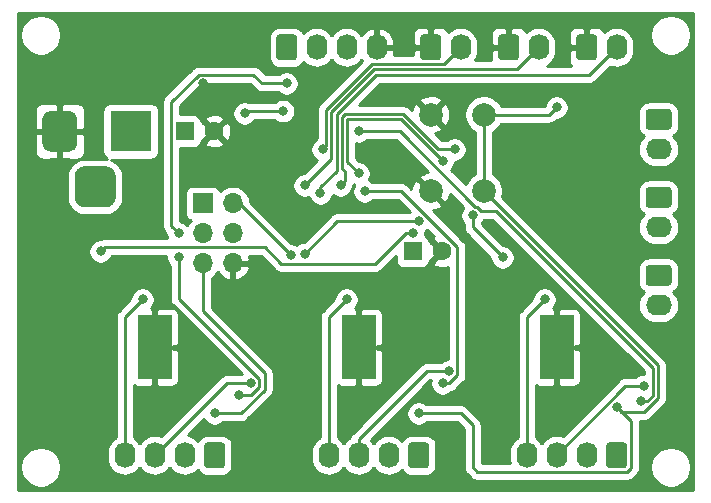
<source format=gbr>
%TF.GenerationSoftware,KiCad,Pcbnew,5.1.9+dfsg1-1*%
%TF.CreationDate,2021-12-01T21:23:14+01:00*%
%TF.ProjectId,stepper_board,73746570-7065-4725-9f62-6f6172642e6b,rev?*%
%TF.SameCoordinates,Original*%
%TF.FileFunction,Copper,L2,Bot*%
%TF.FilePolarity,Positive*%
%FSLAX46Y46*%
G04 Gerber Fmt 4.6, Leading zero omitted, Abs format (unit mm)*
G04 Created by KiCad (PCBNEW 5.1.9+dfsg1-1) date 2021-12-01 21:23:14*
%MOMM*%
%LPD*%
G01*
G04 APERTURE LIST*
%TA.AperFunction,ComponentPad*%
%ADD10R,1.600000X1.600000*%
%TD*%
%TA.AperFunction,ComponentPad*%
%ADD11C,1.600000*%
%TD*%
%TA.AperFunction,ComponentPad*%
%ADD12O,1.740000X2.190000*%
%TD*%
%TA.AperFunction,ComponentPad*%
%ADD13O,2.190000X1.740000*%
%TD*%
%TA.AperFunction,ComponentPad*%
%ADD14R,1.700000X1.700000*%
%TD*%
%TA.AperFunction,ComponentPad*%
%ADD15O,1.700000X1.700000*%
%TD*%
%TA.AperFunction,ComponentPad*%
%ADD16C,2.000000*%
%TD*%
%TA.AperFunction,SMDPad,CuDef*%
%ADD17R,2.850000X5.400000*%
%TD*%
%TA.AperFunction,ComponentPad*%
%ADD18C,0.600000*%
%TD*%
%TA.AperFunction,ComponentPad*%
%ADD19R,3.500000X3.500000*%
%TD*%
%TA.AperFunction,ViaPad*%
%ADD20C,0.800000*%
%TD*%
%TA.AperFunction,Conductor*%
%ADD21C,0.250000*%
%TD*%
%TA.AperFunction,Conductor*%
%ADD22C,0.254000*%
%TD*%
%TA.AperFunction,Conductor*%
%ADD23C,0.100000*%
%TD*%
G04 APERTURE END LIST*
D10*
%TO.P,C14,1*%
%TO.N,+5V*%
X106680000Y-75692000D03*
D11*
%TO.P,C14,2*%
%TO.N,GND*%
X109180000Y-75692000D03*
%TD*%
%TO.P,C18,2*%
%TO.N,GND*%
X89876000Y-65532000D03*
D10*
%TO.P,C18,1*%
%TO.N,+12V*%
X87376000Y-65532000D03*
%TD*%
%TO.P,St.1,1*%
%TO.N,Net-(J1-Pad1)*%
%TA.AperFunction,ComponentPad*%
G36*
G01*
X108058000Y-92118999D02*
X108058000Y-93809001D01*
G75*
G02*
X107808001Y-94059000I-249999J0D01*
G01*
X106567999Y-94059000D01*
G75*
G02*
X106318000Y-93809001I0J249999D01*
G01*
X106318000Y-92118999D01*
G75*
G02*
X106567999Y-91869000I249999J0D01*
G01*
X107808001Y-91869000D01*
G75*
G02*
X108058000Y-92118999I0J-249999D01*
G01*
G37*
%TD.AperFunction*%
D12*
%TO.P,St.1,2*%
%TO.N,Net-(J1-Pad2)*%
X104648000Y-92964000D03*
%TO.P,St.1,3*%
%TO.N,Net-(J1-Pad3)*%
X102108000Y-92964000D03*
%TO.P,St.1,4*%
%TO.N,Net-(J1-Pad4)*%
X99568000Y-92964000D03*
%TD*%
%TO.P,St.2,4*%
%TO.N,Net-(J2-Pad4)*%
X116332000Y-92964000D03*
%TO.P,St.2,3*%
%TO.N,Net-(J2-Pad3)*%
X118872000Y-92964000D03*
%TO.P,St.2,2*%
%TO.N,Net-(J2-Pad2)*%
X121412000Y-92964000D03*
%TO.P,St.2,1*%
%TO.N,Net-(J2-Pad1)*%
%TA.AperFunction,ComponentPad*%
G36*
G01*
X124822000Y-92118999D02*
X124822000Y-93809001D01*
G75*
G02*
X124572001Y-94059000I-249999J0D01*
G01*
X123331999Y-94059000D01*
G75*
G02*
X123082000Y-93809001I0J249999D01*
G01*
X123082000Y-92118999D01*
G75*
G02*
X123331999Y-91869000I249999J0D01*
G01*
X124572001Y-91869000D01*
G75*
G02*
X124822000Y-92118999I0J-249999D01*
G01*
G37*
%TD.AperFunction*%
%TD*%
D13*
%TO.P,Pump 0,2*%
%TO.N,+12V*%
X127508000Y-67056000D03*
%TO.P,Pump 0,1*%
%TO.N,Net-(J4-Pad1)*%
%TA.AperFunction,ComponentPad*%
G36*
G01*
X126662999Y-63646000D02*
X128353001Y-63646000D01*
G75*
G02*
X128603000Y-63895999I0J-249999D01*
G01*
X128603000Y-65136001D01*
G75*
G02*
X128353001Y-65386000I-249999J0D01*
G01*
X126662999Y-65386000D01*
G75*
G02*
X126413000Y-65136001I0J249999D01*
G01*
X126413000Y-63895999D01*
G75*
G02*
X126662999Y-63646000I249999J0D01*
G01*
G37*
%TD.AperFunction*%
%TD*%
%TO.P,Pump 1,2*%
%TO.N,+12V*%
X127508000Y-73660000D03*
%TO.P,Pump 1,1*%
%TO.N,Net-(J5-Pad1)*%
%TA.AperFunction,ComponentPad*%
G36*
G01*
X126662999Y-70250000D02*
X128353001Y-70250000D01*
G75*
G02*
X128603000Y-70499999I0J-249999D01*
G01*
X128603000Y-71740001D01*
G75*
G02*
X128353001Y-71990000I-249999J0D01*
G01*
X126662999Y-71990000D01*
G75*
G02*
X126413000Y-71740001I0J249999D01*
G01*
X126413000Y-70499999D01*
G75*
G02*
X126662999Y-70250000I249999J0D01*
G01*
G37*
%TD.AperFunction*%
%TD*%
%TO.P,Pump 2,2*%
%TO.N,+12V*%
X127508000Y-80264000D03*
%TO.P,Pump 2,1*%
%TO.N,Net-(J6-Pad1)*%
%TA.AperFunction,ComponentPad*%
G36*
G01*
X126662999Y-76854000D02*
X128353001Y-76854000D01*
G75*
G02*
X128603000Y-77103999I0J-249999D01*
G01*
X128603000Y-78344001D01*
G75*
G02*
X128353001Y-78594000I-249999J0D01*
G01*
X126662999Y-78594000D01*
G75*
G02*
X126413000Y-78344001I0J249999D01*
G01*
X126413000Y-77103999D01*
G75*
G02*
X126662999Y-76854000I249999J0D01*
G01*
G37*
%TD.AperFunction*%
%TD*%
%TO.P,Home 0,1*%
%TO.N,GND*%
%TA.AperFunction,ComponentPad*%
G36*
G01*
X107334000Y-59265001D02*
X107334000Y-57574999D01*
G75*
G02*
X107583999Y-57325000I249999J0D01*
G01*
X108824001Y-57325000D01*
G75*
G02*
X109074000Y-57574999I0J-249999D01*
G01*
X109074000Y-59265001D01*
G75*
G02*
X108824001Y-59515000I-249999J0D01*
G01*
X107583999Y-59515000D01*
G75*
G02*
X107334000Y-59265001I0J249999D01*
G01*
G37*
%TD.AperFunction*%
D12*
%TO.P,Home 0,2*%
%TO.N,/HOME0*%
X110744000Y-58420000D03*
%TD*%
%TO.P,Home 1,1*%
%TO.N,GND*%
%TA.AperFunction,ComponentPad*%
G36*
G01*
X113938000Y-59265001D02*
X113938000Y-57574999D01*
G75*
G02*
X114187999Y-57325000I249999J0D01*
G01*
X115428001Y-57325000D01*
G75*
G02*
X115678000Y-57574999I0J-249999D01*
G01*
X115678000Y-59265001D01*
G75*
G02*
X115428001Y-59515000I-249999J0D01*
G01*
X114187999Y-59515000D01*
G75*
G02*
X113938000Y-59265001I0J249999D01*
G01*
G37*
%TD.AperFunction*%
%TO.P,Home 1,2*%
%TO.N,/HOME1*%
X117348000Y-58420000D03*
%TD*%
%TO.P,Home 2,1*%
%TO.N,GND*%
%TA.AperFunction,ComponentPad*%
G36*
G01*
X120542000Y-59265001D02*
X120542000Y-57574999D01*
G75*
G02*
X120791999Y-57325000I249999J0D01*
G01*
X122032001Y-57325000D01*
G75*
G02*
X122282000Y-57574999I0J-249999D01*
G01*
X122282000Y-59265001D01*
G75*
G02*
X122032001Y-59515000I-249999J0D01*
G01*
X120791999Y-59515000D01*
G75*
G02*
X120542000Y-59265001I0J249999D01*
G01*
G37*
%TD.AperFunction*%
%TO.P,Home 2,2*%
%TO.N,/HOME2*%
X123952000Y-58420000D03*
%TD*%
%TO.P,I2C,1*%
%TO.N,+5V*%
%TA.AperFunction,ComponentPad*%
G36*
G01*
X95142000Y-59265001D02*
X95142000Y-57574999D01*
G75*
G02*
X95391999Y-57325000I249999J0D01*
G01*
X96632001Y-57325000D01*
G75*
G02*
X96882000Y-57574999I0J-249999D01*
G01*
X96882000Y-59265001D01*
G75*
G02*
X96632001Y-59515000I-249999J0D01*
G01*
X95391999Y-59515000D01*
G75*
G02*
X95142000Y-59265001I0J249999D01*
G01*
G37*
%TD.AperFunction*%
%TO.P,I2C,2*%
%TO.N,/I2C_SDA*%
X98552000Y-58420000D03*
%TO.P,I2C,3*%
%TO.N,/I2C_SCL*%
X101092000Y-58420000D03*
%TO.P,I2C,4*%
%TO.N,GND*%
X103632000Y-58420000D03*
%TD*%
D14*
%TO.P,ISP,1*%
%TO.N,/SPI_MISO*%
X88900000Y-71628000D03*
D15*
%TO.P,ISP,2*%
%TO.N,+5V*%
X91440000Y-71628000D03*
%TO.P,ISP,3*%
%TO.N,/SPI_SCK*%
X88900000Y-74168000D03*
%TO.P,ISP,4*%
%TO.N,/SPI_MOSI*%
X91440000Y-74168000D03*
%TO.P,ISP,5*%
%TO.N,/RST*%
X88900000Y-76708000D03*
%TO.P,ISP,6*%
%TO.N,GND*%
X91440000Y-76708000D03*
%TD*%
D12*
%TO.P,St.0,4*%
%TO.N,Net-(J13-Pad4)*%
X82296000Y-92964000D03*
%TO.P,St.0,3*%
%TO.N,Net-(J13-Pad3)*%
X84836000Y-92964000D03*
%TO.P,St.0,2*%
%TO.N,Net-(J13-Pad2)*%
X87376000Y-92964000D03*
%TO.P,St.0,1*%
%TO.N,Net-(J13-Pad1)*%
%TA.AperFunction,ComponentPad*%
G36*
G01*
X90786000Y-92118999D02*
X90786000Y-93809001D01*
G75*
G02*
X90536001Y-94059000I-249999J0D01*
G01*
X89295999Y-94059000D01*
G75*
G02*
X89046000Y-93809001I0J249999D01*
G01*
X89046000Y-92118999D01*
G75*
G02*
X89295999Y-91869000I249999J0D01*
G01*
X90536001Y-91869000D01*
G75*
G02*
X90786000Y-92118999I0J-249999D01*
G01*
G37*
%TD.AperFunction*%
%TD*%
D16*
%TO.P,RESET,2*%
%TO.N,/RST*%
X112704000Y-70612000D03*
%TO.P,RESET,1*%
%TO.N,GND*%
X108204000Y-70612000D03*
%TO.P,RESET,2*%
%TO.N,/RST*%
X112704000Y-64112000D03*
%TO.P,RESET,1*%
%TO.N,GND*%
X108204000Y-64112000D03*
%TD*%
D17*
%TO.P,U2,29*%
%TO.N,GND*%
X84836000Y-83820000D03*
D18*
X85961000Y-86220000D03*
X83711000Y-86220000D03*
X85961000Y-84620000D03*
X83711000Y-84620000D03*
X85961000Y-83020000D03*
X83711000Y-83020000D03*
X85961000Y-81420000D03*
X83711000Y-81420000D03*
%TD*%
%TO.P,U4,29*%
%TO.N,GND*%
X100983000Y-81420000D03*
X103233000Y-81420000D03*
X100983000Y-83020000D03*
X103233000Y-83020000D03*
X100983000Y-84620000D03*
X103233000Y-84620000D03*
X100983000Y-86220000D03*
X103233000Y-86220000D03*
D17*
X102108000Y-83820000D03*
%TD*%
D18*
%TO.P,U5,29*%
%TO.N,GND*%
X117747000Y-81420000D03*
X119997000Y-81420000D03*
X117747000Y-83020000D03*
X119997000Y-83020000D03*
X117747000Y-84620000D03*
X119997000Y-84620000D03*
X117747000Y-86220000D03*
X119997000Y-86220000D03*
D17*
X118872000Y-83820000D03*
%TD*%
D19*
%TO.P,J3,1*%
%TO.N,+12V*%
X82804000Y-65532000D03*
%TO.P,J3,2*%
%TO.N,GND*%
%TA.AperFunction,ComponentPad*%
G36*
G01*
X75304000Y-66532000D02*
X75304000Y-64532000D01*
G75*
G02*
X76054000Y-63782000I750000J0D01*
G01*
X77554000Y-63782000D01*
G75*
G02*
X78304000Y-64532000I0J-750000D01*
G01*
X78304000Y-66532000D01*
G75*
G02*
X77554000Y-67282000I-750000J0D01*
G01*
X76054000Y-67282000D01*
G75*
G02*
X75304000Y-66532000I0J750000D01*
G01*
G37*
%TD.AperFunction*%
%TO.P,J3,3*%
%TO.N,N/C*%
%TA.AperFunction,ComponentPad*%
G36*
G01*
X78054000Y-71107000D02*
X78054000Y-69357000D01*
G75*
G02*
X78929000Y-68482000I875000J0D01*
G01*
X80679000Y-68482000D01*
G75*
G02*
X81554000Y-69357000I0J-875000D01*
G01*
X81554000Y-71107000D01*
G75*
G02*
X80679000Y-71982000I-875000J0D01*
G01*
X78929000Y-71982000D01*
G75*
G02*
X78054000Y-71107000I0J875000D01*
G01*
G37*
%TD.AperFunction*%
%TD*%
D20*
%TO.N,GND*%
X111313500Y-95442500D03*
X94549500Y-95442500D03*
X118872000Y-72341000D03*
X88900000Y-61468000D03*
X97720000Y-66872000D03*
X102616000Y-67056000D03*
X82865500Y-95442500D03*
X80772000Y-89916000D03*
X76479500Y-87096500D03*
X114808000Y-90424000D03*
X98044000Y-90357090D03*
X129794000Y-88646000D03*
%TO.N,+5V*%
X96361500Y-76041500D03*
%TO.N,Net-(J1-Pad3)*%
X109728000Y-85852000D03*
%TO.N,Net-(J1-Pad4)*%
X101092000Y-79756000D03*
%TO.N,Net-(J2-Pad4)*%
X117856000Y-79756000D03*
%TO.N,Net-(J2-Pad3)*%
X126276010Y-87083990D03*
%TO.N,/HOME0*%
X99060000Y-67056000D03*
%TO.N,/HOME1*%
X97536000Y-70104000D03*
%TO.N,/HOME2*%
X98876000Y-70796000D03*
%TO.N,/RST*%
X123952000Y-88900000D03*
X107188000Y-89408000D03*
X89916000Y-89408000D03*
X118872006Y-63500000D03*
X86868000Y-74168000D03*
X96012000Y-61468000D03*
%TO.N,Net-(J13-Pad4)*%
X83820000Y-79756000D03*
%TO.N,Net-(J13-Pad3)*%
X92964000Y-86868000D03*
%TO.N,/STATUS*%
X92456000Y-64008000D03*
X95690000Y-63822000D03*
%TO.N,/STEP2*%
X125984000Y-88392000D03*
X102108000Y-65532000D03*
%TO.N,/STEP0*%
X91948000Y-87884000D03*
X86868000Y-76200000D03*
%TO.N,/PUMP0*%
X110236000Y-67056000D03*
X100584000Y-70104000D03*
%TO.N,/PUMP1*%
X109220000Y-68072000D03*
X102108000Y-69088000D03*
%TO.N,/STEP1*%
X102616000Y-70612000D03*
X109220000Y-86868000D03*
%TO.N,/DIR0*%
X80264000Y-75692000D03*
X106680000Y-74168000D03*
%TO.N,/DIR1*%
X97536000Y-75909010D03*
X107188000Y-73152000D03*
%TO.N,/DIR2*%
X114299988Y-76200000D03*
X111760032Y-72644000D03*
%TD*%
D21*
%TO.N,+5V*%
X91948000Y-71628000D02*
X91440000Y-71628000D01*
X96361500Y-76041500D02*
X91948000Y-71628000D01*
%TO.N,Net-(J1-Pad3)*%
X102108000Y-92964000D02*
X102108000Y-91619000D01*
X102108000Y-91619000D02*
X107875000Y-85852000D01*
X107875000Y-85852000D02*
X109728000Y-85852000D01*
%TO.N,Net-(J1-Pad4)*%
X99568000Y-81280000D02*
X99568000Y-92964000D01*
X101092000Y-79756000D02*
X99568000Y-81280000D01*
%TO.N,Net-(J2-Pad4)*%
X116332000Y-81280000D02*
X116332000Y-92964000D01*
X117856000Y-79756000D02*
X116332000Y-81280000D01*
%TO.N,Net-(J2-Pad3)*%
X118872000Y-92906998D02*
X118872000Y-92964000D01*
X124695008Y-87083990D02*
X118872000Y-92906998D01*
X126276010Y-87083990D02*
X124695008Y-87083990D01*
%TO.N,/HOME0*%
X99334991Y-66781009D02*
X99334991Y-63733009D01*
X99060000Y-67056000D02*
X99334991Y-66781009D01*
X109323990Y-59840010D02*
X110744000Y-58420000D01*
X99334991Y-63733009D02*
X103227990Y-59840010D01*
X103227990Y-59840010D02*
X109323990Y-59840010D01*
%TO.N,/HOME1*%
X103414390Y-60290020D02*
X115477980Y-60290020D01*
X99785001Y-63919409D02*
X103414390Y-60290020D01*
X99785001Y-67854999D02*
X99785001Y-63919409D01*
X97536000Y-70104000D02*
X99785001Y-67854999D01*
X115477980Y-60290020D02*
X117348000Y-58420000D01*
%TO.N,/HOME2*%
X121631970Y-60740030D02*
X123952000Y-58420000D01*
X100235011Y-64105809D02*
X103600790Y-60740030D01*
X103600790Y-60740030D02*
X121631970Y-60740030D01*
X98876000Y-70796000D02*
X98876000Y-70288000D01*
X98876000Y-70288000D02*
X100235011Y-68928989D01*
X100235011Y-68928989D02*
X100235011Y-64105809D01*
%TO.N,/RST*%
X112704000Y-70612000D02*
X112704000Y-64112000D01*
X125147010Y-94047180D02*
X124810180Y-94384010D01*
X125147010Y-90095010D02*
X125147010Y-94047180D01*
X124810180Y-94384010D02*
X112164010Y-94384010D01*
X123952000Y-88900000D02*
X125147010Y-90095010D01*
X124351999Y-89299999D02*
X123952000Y-88900000D01*
X126278096Y-89299999D02*
X124351999Y-89299999D01*
X127451020Y-88127075D02*
X126278096Y-89299999D01*
X127451020Y-85359020D02*
X127451020Y-88127075D01*
X112704000Y-70612000D02*
X127451020Y-85359020D01*
X94139010Y-87402402D02*
X92133412Y-89408000D01*
X94139010Y-86011010D02*
X94139010Y-87402402D01*
X88900000Y-80772000D02*
X94139010Y-86011010D01*
X92133412Y-89408000D02*
X89916000Y-89408000D01*
X88900000Y-76708000D02*
X88900000Y-80772000D01*
X112704000Y-64112000D02*
X118260006Y-64112000D01*
X118260006Y-64112000D02*
X118872006Y-63500000D01*
X112164010Y-94384010D02*
X111760000Y-93980000D01*
X107188000Y-89408000D02*
X110744000Y-89408000D01*
X111760000Y-90424000D02*
X111760000Y-93980000D01*
X110744000Y-89408000D02*
X111760000Y-90424000D01*
X86250999Y-73550999D02*
X86868000Y-74168000D01*
X86250999Y-63043999D02*
X86250999Y-73550999D01*
X88551999Y-60742999D02*
X86250999Y-63043999D01*
X93197997Y-60742999D02*
X88551999Y-60742999D01*
X93922998Y-61468000D02*
X93197997Y-60742999D01*
X96012000Y-61468000D02*
X93922998Y-61468000D01*
%TO.N,Net-(J13-Pad4)*%
X82296000Y-81280000D02*
X82296000Y-92964000D01*
X83820000Y-79756000D02*
X82296000Y-81280000D01*
%TO.N,Net-(J13-Pad3)*%
X90932000Y-86868000D02*
X84836000Y-92964000D01*
X92964000Y-86868000D02*
X90932000Y-86868000D01*
%TO.N,/STATUS*%
X92642000Y-63822000D02*
X92456000Y-64008000D01*
X95690000Y-63822000D02*
X92642000Y-63822000D01*
%TO.N,/STEP2*%
X127001011Y-87940674D02*
X127001011Y-85545421D01*
X112108001Y-71918999D02*
X111993997Y-71918999D01*
X112485001Y-72295999D02*
X112108001Y-71918999D01*
X126549685Y-88392000D02*
X127001011Y-87940674D01*
X111993997Y-71918999D02*
X105606998Y-65532000D01*
X113751589Y-72295999D02*
X112485001Y-72295999D01*
X105606998Y-65532000D02*
X102108000Y-65532000D01*
X125984000Y-88392000D02*
X126549685Y-88392000D01*
X127001011Y-85545421D02*
X113751589Y-72295999D01*
%TO.N,/STEP0*%
X93689001Y-87216001D02*
X93021002Y-87884000D01*
X93689001Y-86519999D02*
X93689001Y-87216001D01*
X93021002Y-87884000D02*
X91948000Y-87884000D01*
X86868000Y-79698998D02*
X93689001Y-86519999D01*
X86868000Y-76200000D02*
X86868000Y-79698998D01*
%TO.N,/PUMP0*%
X105850400Y-64065989D02*
X108840411Y-67056000D01*
X100948631Y-64065989D02*
X105850400Y-64065989D01*
X100685020Y-64329600D02*
X100948631Y-64065989D01*
X100685021Y-68681021D02*
X100685020Y-64329600D01*
X100983999Y-68979999D02*
X100685021Y-68681021D01*
X100983999Y-69704001D02*
X100983999Y-68979999D01*
X108840411Y-67056000D02*
X110236000Y-67056000D01*
X100584000Y-70104000D02*
X100983999Y-69704001D01*
%TO.N,/PUMP1*%
X101135031Y-68115031D02*
X102108000Y-69088000D01*
X109220000Y-68072000D02*
X105664000Y-64516000D01*
X101135031Y-64516000D02*
X101135031Y-68115031D01*
X105664000Y-64516000D02*
X101135031Y-64516000D01*
%TO.N,/STEP1*%
X109785685Y-86868000D02*
X109220000Y-86868000D01*
X102616000Y-70612000D02*
X105721002Y-70612000D01*
X105721002Y-70612000D02*
X110453001Y-75343999D01*
X110453001Y-86200684D02*
X109785685Y-86868000D01*
X110453001Y-75343999D02*
X110453001Y-86200684D01*
%TO.N,/DIR0*%
X106114315Y-74168000D02*
X106680000Y-74168000D01*
X103515814Y-76766501D02*
X106114315Y-74168000D01*
X95562501Y-76766501D02*
X103515814Y-76766501D01*
X94139001Y-75343001D02*
X95562501Y-76766501D01*
X80612999Y-75343001D02*
X94139001Y-75343001D01*
X80264000Y-75692000D02*
X80612999Y-75343001D01*
%TO.N,/DIR1*%
X97536000Y-75909010D02*
X100293010Y-73152000D01*
X100293010Y-73152000D02*
X107188000Y-73152000D01*
%TO.N,/DIR2*%
X111760032Y-73660044D02*
X111760032Y-72644000D01*
X114299988Y-76200000D02*
X111760032Y-73660044D01*
%TD*%
D22*
%TO.N,GND*%
X130404000Y-95860000D02*
X73304000Y-95860000D01*
X73304000Y-93809117D01*
X73449000Y-93809117D01*
X73449000Y-94150883D01*
X73515675Y-94486081D01*
X73646463Y-94801831D01*
X73836337Y-95085998D01*
X74078002Y-95327663D01*
X74362169Y-95517537D01*
X74677919Y-95648325D01*
X75013117Y-95715000D01*
X75354883Y-95715000D01*
X75690081Y-95648325D01*
X76005831Y-95517537D01*
X76289998Y-95327663D01*
X76531663Y-95085998D01*
X76721537Y-94801831D01*
X76852325Y-94486081D01*
X76919000Y-94150883D01*
X76919000Y-93809117D01*
X76852325Y-93473919D01*
X76721537Y-93158169D01*
X76531663Y-92874002D01*
X76289998Y-92632337D01*
X76005831Y-92442463D01*
X75690081Y-92311675D01*
X75354883Y-92245000D01*
X75013117Y-92245000D01*
X74677919Y-92311675D01*
X74362169Y-92442463D01*
X74078002Y-92632337D01*
X73836337Y-92874002D01*
X73646463Y-93158169D01*
X73515675Y-93473919D01*
X73449000Y-93809117D01*
X73304000Y-93809117D01*
X73304000Y-75590061D01*
X79229000Y-75590061D01*
X79229000Y-75793939D01*
X79268774Y-75993898D01*
X79346795Y-76182256D01*
X79460063Y-76351774D01*
X79604226Y-76495937D01*
X79773744Y-76609205D01*
X79962102Y-76687226D01*
X80162061Y-76727000D01*
X80365939Y-76727000D01*
X80565898Y-76687226D01*
X80754256Y-76609205D01*
X80923774Y-76495937D01*
X81067937Y-76351774D01*
X81181205Y-76182256D01*
X81214034Y-76103001D01*
X85833000Y-76103001D01*
X85833000Y-76301939D01*
X85872774Y-76501898D01*
X85950795Y-76690256D01*
X86064063Y-76859774D01*
X86108000Y-76903711D01*
X86108001Y-79661666D01*
X86104324Y-79698998D01*
X86118998Y-79847983D01*
X86162454Y-79991244D01*
X86233026Y-80123274D01*
X86279808Y-80180277D01*
X86328000Y-80238999D01*
X86356998Y-80262797D01*
X92202200Y-86108000D01*
X90969323Y-86108000D01*
X90932000Y-86104324D01*
X90894677Y-86108000D01*
X90894667Y-86108000D01*
X90783014Y-86118997D01*
X90639753Y-86162454D01*
X90507723Y-86233026D01*
X90450421Y-86280053D01*
X90391999Y-86327999D01*
X90368201Y-86356997D01*
X85390664Y-91334535D01*
X85131032Y-91255776D01*
X84836000Y-91226718D01*
X84540969Y-91255776D01*
X84257276Y-91341834D01*
X83995822Y-91481583D01*
X83766655Y-91669655D01*
X83578583Y-91898821D01*
X83566000Y-91922362D01*
X83553417Y-91898821D01*
X83365345Y-91669655D01*
X83136179Y-91481583D01*
X83056000Y-91438727D01*
X83056000Y-87050122D01*
X83056506Y-87050537D01*
X83166820Y-87109502D01*
X83286518Y-87145812D01*
X83411000Y-87158072D01*
X84550250Y-87155000D01*
X84709000Y-86996250D01*
X84709000Y-83947000D01*
X84689000Y-83947000D01*
X84689000Y-83693000D01*
X84709000Y-83693000D01*
X84709000Y-80643750D01*
X84963000Y-80643750D01*
X84963000Y-83693000D01*
X85306180Y-83693000D01*
X85386894Y-83773714D01*
X85467608Y-83693000D01*
X85508156Y-83693000D01*
X85515065Y-83820000D01*
X85508156Y-83947000D01*
X85467608Y-83947000D01*
X85386894Y-83866286D01*
X85306180Y-83947000D01*
X84963000Y-83947000D01*
X84963000Y-86996250D01*
X85121750Y-87155000D01*
X86261000Y-87158072D01*
X86385482Y-87145812D01*
X86505180Y-87109502D01*
X86615494Y-87050537D01*
X86712185Y-86971185D01*
X86791537Y-86874494D01*
X86850502Y-86764180D01*
X86886812Y-86644482D01*
X86899072Y-86520000D01*
X86896000Y-84105750D01*
X86737250Y-83947000D01*
X86615820Y-83947000D01*
X86535106Y-83866286D01*
X86454392Y-83947000D01*
X86413844Y-83947000D01*
X86406935Y-83820000D01*
X86413844Y-83693000D01*
X86454392Y-83693000D01*
X86535106Y-83773714D01*
X86615820Y-83693000D01*
X86737250Y-83693000D01*
X86896000Y-83534250D01*
X86899072Y-81120000D01*
X86886812Y-80995518D01*
X86850502Y-80875820D01*
X86791537Y-80765506D01*
X86712185Y-80668815D01*
X86615494Y-80589463D01*
X86505180Y-80530498D01*
X86385482Y-80494188D01*
X86261000Y-80481928D01*
X85121750Y-80485000D01*
X84963000Y-80643750D01*
X84709000Y-80643750D01*
X84552481Y-80487231D01*
X84623937Y-80415774D01*
X84737205Y-80246256D01*
X84815226Y-80057898D01*
X84855000Y-79857939D01*
X84855000Y-79654061D01*
X84815226Y-79454102D01*
X84737205Y-79265744D01*
X84623937Y-79096226D01*
X84479774Y-78952063D01*
X84310256Y-78838795D01*
X84121898Y-78760774D01*
X83921939Y-78721000D01*
X83718061Y-78721000D01*
X83518102Y-78760774D01*
X83329744Y-78838795D01*
X83160226Y-78952063D01*
X83016063Y-79096226D01*
X82902795Y-79265744D01*
X82824774Y-79454102D01*
X82785000Y-79654061D01*
X82785000Y-79716198D01*
X81785002Y-80716197D01*
X81755999Y-80739999D01*
X81714144Y-80791000D01*
X81661026Y-80855724D01*
X81602582Y-80965064D01*
X81590454Y-80987754D01*
X81546997Y-81131015D01*
X81536000Y-81242668D01*
X81536000Y-81242678D01*
X81532324Y-81280000D01*
X81536000Y-81317322D01*
X81536001Y-91438727D01*
X81455822Y-91481583D01*
X81226655Y-91669655D01*
X81038583Y-91898821D01*
X80898834Y-92160275D01*
X80812776Y-92443968D01*
X80791000Y-92665064D01*
X80791000Y-93262935D01*
X80812776Y-93484031D01*
X80898834Y-93767724D01*
X81038583Y-94029178D01*
X81226655Y-94258345D01*
X81455821Y-94446417D01*
X81717275Y-94586166D01*
X82000968Y-94672224D01*
X82296000Y-94701282D01*
X82591031Y-94672224D01*
X82874724Y-94586166D01*
X83136178Y-94446417D01*
X83365345Y-94258345D01*
X83553417Y-94029179D01*
X83566000Y-94005637D01*
X83578583Y-94029178D01*
X83766655Y-94258345D01*
X83995821Y-94446417D01*
X84257275Y-94586166D01*
X84540968Y-94672224D01*
X84836000Y-94701282D01*
X85131031Y-94672224D01*
X85414724Y-94586166D01*
X85676178Y-94446417D01*
X85905345Y-94258345D01*
X86093417Y-94029179D01*
X86106000Y-94005637D01*
X86118583Y-94029178D01*
X86306655Y-94258345D01*
X86535821Y-94446417D01*
X86797275Y-94586166D01*
X87080968Y-94672224D01*
X87376000Y-94701282D01*
X87671031Y-94672224D01*
X87954724Y-94586166D01*
X88216178Y-94446417D01*
X88445345Y-94258345D01*
X88499066Y-94192886D01*
X88557595Y-94302387D01*
X88668038Y-94436962D01*
X88802613Y-94547405D01*
X88956149Y-94629472D01*
X89122745Y-94680008D01*
X89295999Y-94697072D01*
X90536001Y-94697072D01*
X90709255Y-94680008D01*
X90875851Y-94629472D01*
X91029387Y-94547405D01*
X91163962Y-94436962D01*
X91274405Y-94302387D01*
X91356472Y-94148851D01*
X91407008Y-93982255D01*
X91424072Y-93809001D01*
X91424072Y-92118999D01*
X91407008Y-91945745D01*
X91356472Y-91779149D01*
X91274405Y-91625613D01*
X91163962Y-91491038D01*
X91029387Y-91380595D01*
X90875851Y-91298528D01*
X90709255Y-91247992D01*
X90536001Y-91230928D01*
X89295999Y-91230928D01*
X89122745Y-91247992D01*
X88956149Y-91298528D01*
X88802613Y-91380595D01*
X88668038Y-91491038D01*
X88557595Y-91625613D01*
X88499066Y-91735114D01*
X88445345Y-91669655D01*
X88216179Y-91481583D01*
X87954725Y-91341834D01*
X87671032Y-91255776D01*
X87623688Y-91251113D01*
X88992278Y-89882523D01*
X88998795Y-89898256D01*
X89112063Y-90067774D01*
X89256226Y-90211937D01*
X89425744Y-90325205D01*
X89614102Y-90403226D01*
X89814061Y-90443000D01*
X90017939Y-90443000D01*
X90217898Y-90403226D01*
X90406256Y-90325205D01*
X90575774Y-90211937D01*
X90619711Y-90168000D01*
X92096090Y-90168000D01*
X92133412Y-90171676D01*
X92170734Y-90168000D01*
X92170745Y-90168000D01*
X92282398Y-90157003D01*
X92425659Y-90113546D01*
X92557688Y-90042974D01*
X92673413Y-89948001D01*
X92697216Y-89918997D01*
X94650013Y-87966201D01*
X94679011Y-87942403D01*
X94753204Y-87851999D01*
X94773984Y-87826679D01*
X94844556Y-87694649D01*
X94851445Y-87671937D01*
X94888013Y-87551388D01*
X94899010Y-87439735D01*
X94899010Y-87439725D01*
X94902686Y-87402402D01*
X94899010Y-87365079D01*
X94899010Y-86048332D01*
X94902686Y-86011010D01*
X94899010Y-85973687D01*
X94899010Y-85973677D01*
X94888013Y-85862024D01*
X94844556Y-85718763D01*
X94773985Y-85586735D01*
X94773984Y-85586733D01*
X94702809Y-85500007D01*
X94679011Y-85471009D01*
X94650014Y-85447212D01*
X89660000Y-80457199D01*
X89660000Y-77986178D01*
X89846632Y-77861475D01*
X90053475Y-77654632D01*
X90171100Y-77478594D01*
X90342412Y-77708269D01*
X90558645Y-77903178D01*
X90808748Y-78052157D01*
X91083109Y-78149481D01*
X91313000Y-78028814D01*
X91313000Y-76835000D01*
X91567000Y-76835000D01*
X91567000Y-78028814D01*
X91796891Y-78149481D01*
X92071252Y-78052157D01*
X92321355Y-77903178D01*
X92537588Y-77708269D01*
X92711641Y-77474920D01*
X92836825Y-77212099D01*
X92881476Y-77064890D01*
X92760155Y-76835000D01*
X91567000Y-76835000D01*
X91313000Y-76835000D01*
X91293000Y-76835000D01*
X91293000Y-76581000D01*
X91313000Y-76581000D01*
X91313000Y-76561000D01*
X91567000Y-76561000D01*
X91567000Y-76581000D01*
X92760155Y-76581000D01*
X92881476Y-76351110D01*
X92836825Y-76203901D01*
X92788765Y-76103001D01*
X93824200Y-76103001D01*
X94998702Y-77277504D01*
X95022500Y-77306502D01*
X95051498Y-77330300D01*
X95138224Y-77401475D01*
X95270254Y-77472047D01*
X95413515Y-77515504D01*
X95525168Y-77526501D01*
X95525178Y-77526501D01*
X95562500Y-77530177D01*
X95599823Y-77526501D01*
X103478492Y-77526501D01*
X103515814Y-77530177D01*
X103553136Y-77526501D01*
X103553147Y-77526501D01*
X103664800Y-77515504D01*
X103808061Y-77472047D01*
X103940090Y-77401475D01*
X104055815Y-77306502D01*
X104079618Y-77277498D01*
X105241928Y-76115188D01*
X105241928Y-76492000D01*
X105254188Y-76616482D01*
X105290498Y-76736180D01*
X105349463Y-76846494D01*
X105428815Y-76943185D01*
X105525506Y-77022537D01*
X105635820Y-77081502D01*
X105755518Y-77117812D01*
X105880000Y-77130072D01*
X107480000Y-77130072D01*
X107604482Y-77117812D01*
X107724180Y-77081502D01*
X107834494Y-77022537D01*
X107931185Y-76943185D01*
X108010537Y-76846494D01*
X108069502Y-76736180D01*
X108105812Y-76616482D01*
X108118072Y-76492000D01*
X108118072Y-76484785D01*
X108187298Y-76505097D01*
X109000395Y-75692000D01*
X108187298Y-74878903D01*
X108118072Y-74899215D01*
X108118072Y-74892000D01*
X108105812Y-74767518D01*
X108069502Y-74647820D01*
X108010537Y-74537506D01*
X107931185Y-74440815D01*
X107834494Y-74361463D01*
X107724180Y-74302498D01*
X107709415Y-74298019D01*
X107715000Y-74269939D01*
X107715000Y-74066061D01*
X107711241Y-74047165D01*
X107847774Y-73955937D01*
X107918956Y-73884755D01*
X108471750Y-74437549D01*
X108438486Y-74455329D01*
X108366903Y-74699298D01*
X109180000Y-75512395D01*
X109194143Y-75498253D01*
X109373748Y-75677858D01*
X109359605Y-75692000D01*
X109373748Y-75706143D01*
X109194143Y-75885748D01*
X109180000Y-75871605D01*
X108366903Y-76684702D01*
X108438486Y-76928671D01*
X108693996Y-77049571D01*
X108968184Y-77118300D01*
X109250512Y-77132217D01*
X109530130Y-77090787D01*
X109693001Y-77032542D01*
X109693002Y-84817000D01*
X109626061Y-84817000D01*
X109426102Y-84856774D01*
X109237744Y-84934795D01*
X109068226Y-85048063D01*
X109024289Y-85092000D01*
X107912333Y-85092000D01*
X107875000Y-85088323D01*
X107837667Y-85092000D01*
X107726014Y-85102997D01*
X107582753Y-85146454D01*
X107450724Y-85217026D01*
X107334999Y-85311999D01*
X107311201Y-85340997D01*
X101596998Y-91055201D01*
X101568000Y-91078999D01*
X101544202Y-91107997D01*
X101544201Y-91107998D01*
X101473026Y-91194724D01*
X101402454Y-91326754D01*
X101372453Y-91425657D01*
X101267822Y-91481583D01*
X101038655Y-91669655D01*
X100850583Y-91898821D01*
X100838000Y-91922362D01*
X100825417Y-91898821D01*
X100637345Y-91669655D01*
X100408179Y-91481583D01*
X100328000Y-91438727D01*
X100328000Y-87050122D01*
X100328506Y-87050537D01*
X100438820Y-87109502D01*
X100558518Y-87145812D01*
X100683000Y-87158072D01*
X101822250Y-87155000D01*
X101981000Y-86996250D01*
X101981000Y-83947000D01*
X101961000Y-83947000D01*
X101961000Y-83693000D01*
X101981000Y-83693000D01*
X101981000Y-80643750D01*
X102235000Y-80643750D01*
X102235000Y-83693000D01*
X102578180Y-83693000D01*
X102658894Y-83773714D01*
X102739608Y-83693000D01*
X102780156Y-83693000D01*
X102787065Y-83820000D01*
X102780156Y-83947000D01*
X102739608Y-83947000D01*
X102658894Y-83866286D01*
X102578180Y-83947000D01*
X102235000Y-83947000D01*
X102235000Y-86996250D01*
X102393750Y-87155000D01*
X103533000Y-87158072D01*
X103657482Y-87145812D01*
X103777180Y-87109502D01*
X103887494Y-87050537D01*
X103984185Y-86971185D01*
X104063537Y-86874494D01*
X104122502Y-86764180D01*
X104158812Y-86644482D01*
X104171072Y-86520000D01*
X104168000Y-84105750D01*
X104009250Y-83947000D01*
X103887820Y-83947000D01*
X103807106Y-83866286D01*
X103726392Y-83947000D01*
X103685844Y-83947000D01*
X103678935Y-83820000D01*
X103685844Y-83693000D01*
X103726392Y-83693000D01*
X103807106Y-83773714D01*
X103887820Y-83693000D01*
X104009250Y-83693000D01*
X104168000Y-83534250D01*
X104171072Y-81120000D01*
X104158812Y-80995518D01*
X104122502Y-80875820D01*
X104063537Y-80765506D01*
X103984185Y-80668815D01*
X103887494Y-80589463D01*
X103777180Y-80530498D01*
X103657482Y-80494188D01*
X103533000Y-80481928D01*
X102393750Y-80485000D01*
X102235000Y-80643750D01*
X101981000Y-80643750D01*
X101824481Y-80487231D01*
X101895937Y-80415774D01*
X102009205Y-80246256D01*
X102087226Y-80057898D01*
X102127000Y-79857939D01*
X102127000Y-79654061D01*
X102087226Y-79454102D01*
X102009205Y-79265744D01*
X101895937Y-79096226D01*
X101751774Y-78952063D01*
X101582256Y-78838795D01*
X101393898Y-78760774D01*
X101193939Y-78721000D01*
X100990061Y-78721000D01*
X100790102Y-78760774D01*
X100601744Y-78838795D01*
X100432226Y-78952063D01*
X100288063Y-79096226D01*
X100174795Y-79265744D01*
X100096774Y-79454102D01*
X100057000Y-79654061D01*
X100057000Y-79716198D01*
X99057002Y-80716197D01*
X99027999Y-80739999D01*
X98986144Y-80791000D01*
X98933026Y-80855724D01*
X98874582Y-80965064D01*
X98862454Y-80987754D01*
X98818997Y-81131015D01*
X98808000Y-81242668D01*
X98808000Y-81242678D01*
X98804324Y-81280000D01*
X98808000Y-81317322D01*
X98808001Y-91438727D01*
X98727822Y-91481583D01*
X98498655Y-91669655D01*
X98310583Y-91898821D01*
X98170834Y-92160275D01*
X98084776Y-92443968D01*
X98063000Y-92665064D01*
X98063000Y-93262935D01*
X98084776Y-93484031D01*
X98170834Y-93767724D01*
X98310583Y-94029178D01*
X98498655Y-94258345D01*
X98727821Y-94446417D01*
X98989275Y-94586166D01*
X99272968Y-94672224D01*
X99568000Y-94701282D01*
X99863031Y-94672224D01*
X100146724Y-94586166D01*
X100408178Y-94446417D01*
X100637345Y-94258345D01*
X100825417Y-94029179D01*
X100838000Y-94005637D01*
X100850583Y-94029178D01*
X101038655Y-94258345D01*
X101267821Y-94446417D01*
X101529275Y-94586166D01*
X101812968Y-94672224D01*
X102108000Y-94701282D01*
X102403031Y-94672224D01*
X102686724Y-94586166D01*
X102948178Y-94446417D01*
X103177345Y-94258345D01*
X103365417Y-94029179D01*
X103378000Y-94005637D01*
X103390583Y-94029178D01*
X103578655Y-94258345D01*
X103807821Y-94446417D01*
X104069275Y-94586166D01*
X104352968Y-94672224D01*
X104648000Y-94701282D01*
X104943031Y-94672224D01*
X105226724Y-94586166D01*
X105488178Y-94446417D01*
X105717345Y-94258345D01*
X105771066Y-94192886D01*
X105829595Y-94302387D01*
X105940038Y-94436962D01*
X106074613Y-94547405D01*
X106228149Y-94629472D01*
X106394745Y-94680008D01*
X106567999Y-94697072D01*
X107808001Y-94697072D01*
X107981255Y-94680008D01*
X108147851Y-94629472D01*
X108301387Y-94547405D01*
X108435962Y-94436962D01*
X108546405Y-94302387D01*
X108628472Y-94148851D01*
X108679008Y-93982255D01*
X108696072Y-93809001D01*
X108696072Y-92118999D01*
X108679008Y-91945745D01*
X108628472Y-91779149D01*
X108546405Y-91625613D01*
X108435962Y-91491038D01*
X108301387Y-91380595D01*
X108147851Y-91298528D01*
X107981255Y-91247992D01*
X107808001Y-91230928D01*
X106567999Y-91230928D01*
X106394745Y-91247992D01*
X106228149Y-91298528D01*
X106074613Y-91380595D01*
X105940038Y-91491038D01*
X105829595Y-91625613D01*
X105771066Y-91735114D01*
X105717345Y-91669655D01*
X105488179Y-91481583D01*
X105226725Y-91341834D01*
X104943032Y-91255776D01*
X104648000Y-91226718D01*
X104352969Y-91255776D01*
X104069276Y-91341834D01*
X103807822Y-91481583D01*
X103578655Y-91669655D01*
X103390583Y-91898821D01*
X103378000Y-91922362D01*
X103365417Y-91898821D01*
X103177345Y-91669655D01*
X103152520Y-91649281D01*
X108189802Y-86612000D01*
X108215644Y-86612000D01*
X108185000Y-86766061D01*
X108185000Y-86969939D01*
X108224774Y-87169898D01*
X108302795Y-87358256D01*
X108416063Y-87527774D01*
X108560226Y-87671937D01*
X108729744Y-87785205D01*
X108918102Y-87863226D01*
X109118061Y-87903000D01*
X109321939Y-87903000D01*
X109521898Y-87863226D01*
X109710256Y-87785205D01*
X109879774Y-87671937D01*
X109934724Y-87616987D01*
X110077932Y-87573546D01*
X110209961Y-87502974D01*
X110325686Y-87408001D01*
X110349488Y-87378998D01*
X110964003Y-86764484D01*
X110993002Y-86740685D01*
X111087975Y-86624960D01*
X111158547Y-86492931D01*
X111202004Y-86349670D01*
X111213001Y-86238017D01*
X111213001Y-86238008D01*
X111216677Y-86200685D01*
X111213001Y-86163362D01*
X111213001Y-75381321D01*
X111216677Y-75343998D01*
X111213001Y-75306675D01*
X111213001Y-75306666D01*
X111202004Y-75195013D01*
X111158547Y-75051752D01*
X111087975Y-74919723D01*
X110993002Y-74803998D01*
X110964005Y-74780201D01*
X108416908Y-72233105D01*
X108585675Y-72209961D01*
X108890088Y-72104795D01*
X109064044Y-72011814D01*
X109159808Y-71747413D01*
X108204000Y-70791605D01*
X108189858Y-70805748D01*
X108010253Y-70626143D01*
X108024395Y-70612000D01*
X107068587Y-69656192D01*
X106804186Y-69751956D01*
X106663296Y-70041571D01*
X106581616Y-70353108D01*
X106579080Y-70395277D01*
X106284806Y-70101003D01*
X106261003Y-70071999D01*
X106145278Y-69977026D01*
X106013249Y-69906454D01*
X105869988Y-69862997D01*
X105758335Y-69852000D01*
X105758324Y-69852000D01*
X105721002Y-69848324D01*
X105683680Y-69852000D01*
X103319711Y-69852000D01*
X103275774Y-69808063D01*
X103106256Y-69694795D01*
X102981786Y-69643237D01*
X103025205Y-69578256D01*
X103103226Y-69389898D01*
X103143000Y-69189939D01*
X103143000Y-68986061D01*
X103103226Y-68786102D01*
X103025205Y-68597744D01*
X102911937Y-68428226D01*
X102767774Y-68284063D01*
X102598256Y-68170795D01*
X102409898Y-68092774D01*
X102209939Y-68053000D01*
X102147801Y-68053000D01*
X101895031Y-67800230D01*
X101895031Y-66544915D01*
X102006061Y-66567000D01*
X102209939Y-66567000D01*
X102409898Y-66527226D01*
X102598256Y-66449205D01*
X102767774Y-66335937D01*
X102811711Y-66292000D01*
X105292197Y-66292000D01*
X107991092Y-68990895D01*
X107822325Y-69014039D01*
X107517912Y-69119205D01*
X107343956Y-69212186D01*
X107248192Y-69476587D01*
X108204000Y-70432395D01*
X108218143Y-70418253D01*
X108397748Y-70597858D01*
X108383605Y-70612000D01*
X109339413Y-71567808D01*
X109603814Y-71472044D01*
X109744704Y-71182429D01*
X109826384Y-70870892D01*
X109828920Y-70828724D01*
X110970259Y-71970062D01*
X110956095Y-71984226D01*
X110842827Y-72153744D01*
X110764806Y-72342102D01*
X110725032Y-72542061D01*
X110725032Y-72745939D01*
X110764806Y-72945898D01*
X110842827Y-73134256D01*
X110956095Y-73303774D01*
X111000032Y-73347711D01*
X111000032Y-73622721D01*
X110996356Y-73660044D01*
X111000032Y-73697366D01*
X111000032Y-73697376D01*
X111011029Y-73809029D01*
X111054486Y-73952290D01*
X111125058Y-74084320D01*
X111164903Y-74132870D01*
X111220031Y-74200045D01*
X111249035Y-74223848D01*
X113264988Y-76239802D01*
X113264988Y-76301939D01*
X113304762Y-76501898D01*
X113382783Y-76690256D01*
X113496051Y-76859774D01*
X113640214Y-77003937D01*
X113809732Y-77117205D01*
X113998090Y-77195226D01*
X114198049Y-77235000D01*
X114401927Y-77235000D01*
X114601886Y-77195226D01*
X114790244Y-77117205D01*
X114959762Y-77003937D01*
X115103925Y-76859774D01*
X115217193Y-76690256D01*
X115295214Y-76501898D01*
X115334988Y-76301939D01*
X115334988Y-76098061D01*
X115295214Y-75898102D01*
X115217193Y-75709744D01*
X115103925Y-75540226D01*
X114959762Y-75396063D01*
X114790244Y-75282795D01*
X114601886Y-75204774D01*
X114401927Y-75165000D01*
X114339790Y-75165000D01*
X112521266Y-73346477D01*
X112563969Y-73303774D01*
X112677237Y-73134256D01*
X112709652Y-73055999D01*
X113436788Y-73055999D01*
X126241012Y-85860224D01*
X126241012Y-86048990D01*
X126174071Y-86048990D01*
X125974112Y-86088764D01*
X125785754Y-86166785D01*
X125616236Y-86280053D01*
X125572299Y-86323990D01*
X124732331Y-86323990D01*
X124695008Y-86320314D01*
X124657685Y-86323990D01*
X124657675Y-86323990D01*
X124546022Y-86334987D01*
X124427255Y-86371014D01*
X124402761Y-86378444D01*
X124270731Y-86449016D01*
X124229729Y-86482666D01*
X124155007Y-86543989D01*
X124131209Y-86572987D01*
X119382929Y-91321268D01*
X119167032Y-91255776D01*
X118872000Y-91226718D01*
X118576969Y-91255776D01*
X118293276Y-91341834D01*
X118031822Y-91481583D01*
X117802655Y-91669655D01*
X117614583Y-91898821D01*
X117602000Y-91922362D01*
X117589417Y-91898821D01*
X117401345Y-91669655D01*
X117172179Y-91481583D01*
X117092000Y-91438727D01*
X117092000Y-87050122D01*
X117092506Y-87050537D01*
X117202820Y-87109502D01*
X117322518Y-87145812D01*
X117447000Y-87158072D01*
X118586250Y-87155000D01*
X118745000Y-86996250D01*
X118745000Y-83947000D01*
X118725000Y-83947000D01*
X118725000Y-83693000D01*
X118745000Y-83693000D01*
X118745000Y-80643750D01*
X118999000Y-80643750D01*
X118999000Y-83693000D01*
X119342180Y-83693000D01*
X119422894Y-83773714D01*
X119503608Y-83693000D01*
X119544156Y-83693000D01*
X119551065Y-83820000D01*
X119544156Y-83947000D01*
X119503608Y-83947000D01*
X119422894Y-83866286D01*
X119342180Y-83947000D01*
X118999000Y-83947000D01*
X118999000Y-86996250D01*
X119157750Y-87155000D01*
X120297000Y-87158072D01*
X120421482Y-87145812D01*
X120541180Y-87109502D01*
X120651494Y-87050537D01*
X120748185Y-86971185D01*
X120827537Y-86874494D01*
X120886502Y-86764180D01*
X120922812Y-86644482D01*
X120935072Y-86520000D01*
X120932000Y-84105750D01*
X120773250Y-83947000D01*
X120651820Y-83947000D01*
X120571106Y-83866286D01*
X120490392Y-83947000D01*
X120449844Y-83947000D01*
X120442935Y-83820000D01*
X120449844Y-83693000D01*
X120490392Y-83693000D01*
X120571106Y-83773714D01*
X120651820Y-83693000D01*
X120773250Y-83693000D01*
X120932000Y-83534250D01*
X120935072Y-81120000D01*
X120922812Y-80995518D01*
X120886502Y-80875820D01*
X120827537Y-80765506D01*
X120748185Y-80668815D01*
X120651494Y-80589463D01*
X120541180Y-80530498D01*
X120421482Y-80494188D01*
X120297000Y-80481928D01*
X119157750Y-80485000D01*
X118999000Y-80643750D01*
X118745000Y-80643750D01*
X118588481Y-80487231D01*
X118659937Y-80415774D01*
X118773205Y-80246256D01*
X118851226Y-80057898D01*
X118891000Y-79857939D01*
X118891000Y-79654061D01*
X118851226Y-79454102D01*
X118773205Y-79265744D01*
X118659937Y-79096226D01*
X118515774Y-78952063D01*
X118346256Y-78838795D01*
X118157898Y-78760774D01*
X117957939Y-78721000D01*
X117754061Y-78721000D01*
X117554102Y-78760774D01*
X117365744Y-78838795D01*
X117196226Y-78952063D01*
X117052063Y-79096226D01*
X116938795Y-79265744D01*
X116860774Y-79454102D01*
X116821000Y-79654061D01*
X116821000Y-79716198D01*
X115821002Y-80716197D01*
X115791999Y-80739999D01*
X115750144Y-80791000D01*
X115697026Y-80855724D01*
X115638582Y-80965064D01*
X115626454Y-80987754D01*
X115582997Y-81131015D01*
X115572000Y-81242668D01*
X115572000Y-81242678D01*
X115568324Y-81280000D01*
X115572000Y-81317322D01*
X115572001Y-91438727D01*
X115491822Y-91481583D01*
X115262655Y-91669655D01*
X115074583Y-91898821D01*
X114934834Y-92160275D01*
X114848776Y-92443968D01*
X114827000Y-92665064D01*
X114827000Y-93262935D01*
X114848776Y-93484031D01*
X114891238Y-93624010D01*
X112520000Y-93624010D01*
X112520000Y-90461322D01*
X112523676Y-90424000D01*
X112520000Y-90386677D01*
X112520000Y-90386667D01*
X112509003Y-90275014D01*
X112465546Y-90131753D01*
X112421314Y-90049002D01*
X112394974Y-89999723D01*
X112323799Y-89912997D01*
X112300001Y-89883999D01*
X112271004Y-89860202D01*
X111307804Y-88897002D01*
X111284001Y-88867999D01*
X111168276Y-88773026D01*
X111036247Y-88702454D01*
X110892986Y-88658997D01*
X110781333Y-88648000D01*
X110781322Y-88648000D01*
X110744000Y-88644324D01*
X110706678Y-88648000D01*
X107891711Y-88648000D01*
X107847774Y-88604063D01*
X107678256Y-88490795D01*
X107489898Y-88412774D01*
X107289939Y-88373000D01*
X107086061Y-88373000D01*
X106886102Y-88412774D01*
X106697744Y-88490795D01*
X106528226Y-88604063D01*
X106384063Y-88748226D01*
X106270795Y-88917744D01*
X106192774Y-89106102D01*
X106153000Y-89306061D01*
X106153000Y-89509939D01*
X106192774Y-89709898D01*
X106270795Y-89898256D01*
X106384063Y-90067774D01*
X106528226Y-90211937D01*
X106697744Y-90325205D01*
X106886102Y-90403226D01*
X107086061Y-90443000D01*
X107289939Y-90443000D01*
X107489898Y-90403226D01*
X107678256Y-90325205D01*
X107847774Y-90211937D01*
X107891711Y-90168000D01*
X110429199Y-90168000D01*
X111000000Y-90738802D01*
X111000001Y-93942668D01*
X110996324Y-93980000D01*
X111010998Y-94128985D01*
X111054454Y-94272246D01*
X111125026Y-94404276D01*
X111196201Y-94491002D01*
X111220000Y-94520001D01*
X111248998Y-94543799D01*
X111600210Y-94895012D01*
X111624009Y-94924011D01*
X111739734Y-95018984D01*
X111871763Y-95089556D01*
X112015024Y-95133013D01*
X112126677Y-95144010D01*
X112126686Y-95144010D01*
X112164009Y-95147686D01*
X112201332Y-95144010D01*
X124772858Y-95144010D01*
X124810180Y-95147686D01*
X124847502Y-95144010D01*
X124847513Y-95144010D01*
X124959166Y-95133013D01*
X125102427Y-95089556D01*
X125234456Y-95018984D01*
X125350181Y-94924011D01*
X125373984Y-94895007D01*
X125658007Y-94610984D01*
X125687011Y-94587181D01*
X125781984Y-94471456D01*
X125852556Y-94339427D01*
X125896013Y-94196166D01*
X125907010Y-94084513D01*
X125910687Y-94047180D01*
X125907010Y-94009847D01*
X125907010Y-93809117D01*
X126789000Y-93809117D01*
X126789000Y-94150883D01*
X126855675Y-94486081D01*
X126986463Y-94801831D01*
X127176337Y-95085998D01*
X127418002Y-95327663D01*
X127702169Y-95517537D01*
X128017919Y-95648325D01*
X128353117Y-95715000D01*
X128694883Y-95715000D01*
X129030081Y-95648325D01*
X129345831Y-95517537D01*
X129629998Y-95327663D01*
X129871663Y-95085998D01*
X130061537Y-94801831D01*
X130192325Y-94486081D01*
X130259000Y-94150883D01*
X130259000Y-93809117D01*
X130192325Y-93473919D01*
X130061537Y-93158169D01*
X129871663Y-92874002D01*
X129629998Y-92632337D01*
X129345831Y-92442463D01*
X129030081Y-92311675D01*
X128694883Y-92245000D01*
X128353117Y-92245000D01*
X128017919Y-92311675D01*
X127702169Y-92442463D01*
X127418002Y-92632337D01*
X127176337Y-92874002D01*
X126986463Y-93158169D01*
X126855675Y-93473919D01*
X126789000Y-93809117D01*
X125907010Y-93809117D01*
X125907010Y-90132332D01*
X125910686Y-90095009D01*
X125907238Y-90059999D01*
X126240774Y-90059999D01*
X126278096Y-90063675D01*
X126315418Y-90059999D01*
X126315429Y-90059999D01*
X126427082Y-90049002D01*
X126570343Y-90005545D01*
X126702372Y-89934973D01*
X126818097Y-89840000D01*
X126841900Y-89810996D01*
X127962023Y-88690874D01*
X127991021Y-88667076D01*
X128018985Y-88633002D01*
X128085994Y-88551352D01*
X128156566Y-88419322D01*
X128173059Y-88364950D01*
X128200023Y-88276061D01*
X128211020Y-88164408D01*
X128211020Y-88164399D01*
X128214696Y-88127076D01*
X128211020Y-88089753D01*
X128211020Y-85396345D01*
X128214696Y-85359020D01*
X128211020Y-85321695D01*
X128211020Y-85321687D01*
X128200023Y-85210034D01*
X128156566Y-85066773D01*
X128085994Y-84934744D01*
X127991021Y-84819019D01*
X127962024Y-84795222D01*
X123430802Y-80264000D01*
X125770718Y-80264000D01*
X125799776Y-80559032D01*
X125885834Y-80842725D01*
X126025583Y-81104179D01*
X126213655Y-81333345D01*
X126442821Y-81521417D01*
X126704275Y-81661166D01*
X126987968Y-81747224D01*
X127209064Y-81769000D01*
X127806936Y-81769000D01*
X128028032Y-81747224D01*
X128311725Y-81661166D01*
X128573179Y-81521417D01*
X128802345Y-81333345D01*
X128990417Y-81104179D01*
X129130166Y-80842725D01*
X129216224Y-80559032D01*
X129245282Y-80264000D01*
X129216224Y-79968968D01*
X129130166Y-79685275D01*
X128990417Y-79423821D01*
X128802345Y-79194655D01*
X128736886Y-79140934D01*
X128846387Y-79082405D01*
X128980962Y-78971962D01*
X129091405Y-78837387D01*
X129173472Y-78683851D01*
X129224008Y-78517255D01*
X129241072Y-78344001D01*
X129241072Y-77103999D01*
X129224008Y-76930745D01*
X129173472Y-76764149D01*
X129091405Y-76610613D01*
X128980962Y-76476038D01*
X128846387Y-76365595D01*
X128692851Y-76283528D01*
X128526255Y-76232992D01*
X128353001Y-76215928D01*
X126662999Y-76215928D01*
X126489745Y-76232992D01*
X126323149Y-76283528D01*
X126169613Y-76365595D01*
X126035038Y-76476038D01*
X125924595Y-76610613D01*
X125842528Y-76764149D01*
X125791992Y-76930745D01*
X125774928Y-77103999D01*
X125774928Y-78344001D01*
X125791992Y-78517255D01*
X125842528Y-78683851D01*
X125924595Y-78837387D01*
X126035038Y-78971962D01*
X126169613Y-79082405D01*
X126279114Y-79140934D01*
X126213655Y-79194655D01*
X126025583Y-79423821D01*
X125885834Y-79685275D01*
X125799776Y-79968968D01*
X125770718Y-80264000D01*
X123430802Y-80264000D01*
X116826802Y-73660000D01*
X125770718Y-73660000D01*
X125799776Y-73955032D01*
X125885834Y-74238725D01*
X126025583Y-74500179D01*
X126213655Y-74729345D01*
X126442821Y-74917417D01*
X126704275Y-75057166D01*
X126987968Y-75143224D01*
X127209064Y-75165000D01*
X127806936Y-75165000D01*
X128028032Y-75143224D01*
X128311725Y-75057166D01*
X128573179Y-74917417D01*
X128802345Y-74729345D01*
X128990417Y-74500179D01*
X129130166Y-74238725D01*
X129216224Y-73955032D01*
X129245282Y-73660000D01*
X129216224Y-73364968D01*
X129130166Y-73081275D01*
X128990417Y-72819821D01*
X128802345Y-72590655D01*
X128736886Y-72536934D01*
X128846387Y-72478405D01*
X128980962Y-72367962D01*
X129091405Y-72233387D01*
X129173472Y-72079851D01*
X129224008Y-71913255D01*
X129241072Y-71740001D01*
X129241072Y-70499999D01*
X129224008Y-70326745D01*
X129173472Y-70160149D01*
X129091405Y-70006613D01*
X128980962Y-69872038D01*
X128846387Y-69761595D01*
X128692851Y-69679528D01*
X128526255Y-69628992D01*
X128353001Y-69611928D01*
X126662999Y-69611928D01*
X126489745Y-69628992D01*
X126323149Y-69679528D01*
X126169613Y-69761595D01*
X126035038Y-69872038D01*
X125924595Y-70006613D01*
X125842528Y-70160149D01*
X125791992Y-70326745D01*
X125774928Y-70499999D01*
X125774928Y-71740001D01*
X125791992Y-71913255D01*
X125842528Y-72079851D01*
X125924595Y-72233387D01*
X126035038Y-72367962D01*
X126169613Y-72478405D01*
X126279114Y-72536934D01*
X126213655Y-72590655D01*
X126025583Y-72819821D01*
X125885834Y-73081275D01*
X125799776Y-73364968D01*
X125770718Y-73660000D01*
X116826802Y-73660000D01*
X114270177Y-71103376D01*
X114276168Y-71088912D01*
X114339000Y-70773033D01*
X114339000Y-70450967D01*
X114276168Y-70135088D01*
X114152918Y-69837537D01*
X113973987Y-69569748D01*
X113746252Y-69342013D01*
X113478463Y-69163082D01*
X113464000Y-69157091D01*
X113464000Y-67056000D01*
X125770718Y-67056000D01*
X125799776Y-67351032D01*
X125885834Y-67634725D01*
X126025583Y-67896179D01*
X126213655Y-68125345D01*
X126442821Y-68313417D01*
X126704275Y-68453166D01*
X126987968Y-68539224D01*
X127209064Y-68561000D01*
X127806936Y-68561000D01*
X128028032Y-68539224D01*
X128311725Y-68453166D01*
X128573179Y-68313417D01*
X128802345Y-68125345D01*
X128990417Y-67896179D01*
X129130166Y-67634725D01*
X129216224Y-67351032D01*
X129245282Y-67056000D01*
X129216224Y-66760968D01*
X129130166Y-66477275D01*
X128990417Y-66215821D01*
X128802345Y-65986655D01*
X128736886Y-65932934D01*
X128846387Y-65874405D01*
X128980962Y-65763962D01*
X129091405Y-65629387D01*
X129173472Y-65475851D01*
X129224008Y-65309255D01*
X129241072Y-65136001D01*
X129241072Y-63895999D01*
X129224008Y-63722745D01*
X129173472Y-63556149D01*
X129091405Y-63402613D01*
X128980962Y-63268038D01*
X128846387Y-63157595D01*
X128692851Y-63075528D01*
X128526255Y-63024992D01*
X128353001Y-63007928D01*
X126662999Y-63007928D01*
X126489745Y-63024992D01*
X126323149Y-63075528D01*
X126169613Y-63157595D01*
X126035038Y-63268038D01*
X125924595Y-63402613D01*
X125842528Y-63556149D01*
X125791992Y-63722745D01*
X125774928Y-63895999D01*
X125774928Y-65136001D01*
X125791992Y-65309255D01*
X125842528Y-65475851D01*
X125924595Y-65629387D01*
X126035038Y-65763962D01*
X126169613Y-65874405D01*
X126279114Y-65932934D01*
X126213655Y-65986655D01*
X126025583Y-66215821D01*
X125885834Y-66477275D01*
X125799776Y-66760968D01*
X125770718Y-67056000D01*
X113464000Y-67056000D01*
X113464000Y-65566909D01*
X113478463Y-65560918D01*
X113746252Y-65381987D01*
X113973987Y-65154252D01*
X114152918Y-64886463D01*
X114158909Y-64872000D01*
X118222684Y-64872000D01*
X118260006Y-64875676D01*
X118297328Y-64872000D01*
X118297339Y-64872000D01*
X118408992Y-64861003D01*
X118552253Y-64817546D01*
X118684282Y-64746974D01*
X118800007Y-64652001D01*
X118823809Y-64622998D01*
X118911807Y-64535000D01*
X118973945Y-64535000D01*
X119173904Y-64495226D01*
X119362262Y-64417205D01*
X119531780Y-64303937D01*
X119675943Y-64159774D01*
X119789211Y-63990256D01*
X119867232Y-63801898D01*
X119907006Y-63601939D01*
X119907006Y-63398061D01*
X119867232Y-63198102D01*
X119789211Y-63009744D01*
X119675943Y-62840226D01*
X119531780Y-62696063D01*
X119362262Y-62582795D01*
X119173904Y-62504774D01*
X118973945Y-62465000D01*
X118770067Y-62465000D01*
X118570108Y-62504774D01*
X118381750Y-62582795D01*
X118212232Y-62696063D01*
X118068069Y-62840226D01*
X117954801Y-63009744D01*
X117876780Y-63198102D01*
X117846168Y-63352000D01*
X114158909Y-63352000D01*
X114152918Y-63337537D01*
X113973987Y-63069748D01*
X113746252Y-62842013D01*
X113478463Y-62663082D01*
X113180912Y-62539832D01*
X112865033Y-62477000D01*
X112542967Y-62477000D01*
X112227088Y-62539832D01*
X111929537Y-62663082D01*
X111661748Y-62842013D01*
X111434013Y-63069748D01*
X111255082Y-63337537D01*
X111131832Y-63635088D01*
X111069000Y-63950967D01*
X111069000Y-64273033D01*
X111131832Y-64588912D01*
X111255082Y-64886463D01*
X111434013Y-65154252D01*
X111661748Y-65381987D01*
X111929537Y-65560918D01*
X111944001Y-65566909D01*
X111944000Y-69157091D01*
X111929537Y-69163082D01*
X111661748Y-69342013D01*
X111434013Y-69569748D01*
X111255082Y-69837537D01*
X111176661Y-70026861D01*
X109952755Y-68802956D01*
X110023937Y-68731774D01*
X110137205Y-68562256D01*
X110215226Y-68373898D01*
X110255000Y-68173939D01*
X110255000Y-68091000D01*
X110337939Y-68091000D01*
X110537898Y-68051226D01*
X110726256Y-67973205D01*
X110895774Y-67859937D01*
X111039937Y-67715774D01*
X111153205Y-67546256D01*
X111231226Y-67357898D01*
X111271000Y-67157939D01*
X111271000Y-66954061D01*
X111231226Y-66754102D01*
X111153205Y-66565744D01*
X111039937Y-66396226D01*
X110895774Y-66252063D01*
X110726256Y-66138795D01*
X110537898Y-66060774D01*
X110337939Y-66021000D01*
X110134061Y-66021000D01*
X109934102Y-66060774D01*
X109745744Y-66138795D01*
X109576226Y-66252063D01*
X109532289Y-66296000D01*
X109155213Y-66296000D01*
X108571164Y-65711951D01*
X108585675Y-65709961D01*
X108890088Y-65604795D01*
X109064044Y-65511814D01*
X109159808Y-65247413D01*
X108204000Y-64291605D01*
X108189858Y-64305748D01*
X108010253Y-64126143D01*
X108024395Y-64112000D01*
X108383605Y-64112000D01*
X109339413Y-65067808D01*
X109603814Y-64972044D01*
X109744704Y-64682429D01*
X109826384Y-64370892D01*
X109845718Y-64049405D01*
X109801961Y-63730325D01*
X109696795Y-63425912D01*
X109603814Y-63251956D01*
X109339413Y-63156192D01*
X108383605Y-64112000D01*
X108024395Y-64112000D01*
X107068587Y-63156192D01*
X106804186Y-63251956D01*
X106663296Y-63541571D01*
X106608766Y-63749554D01*
X106414204Y-63554992D01*
X106390401Y-63525988D01*
X106274676Y-63431015D01*
X106142647Y-63360443D01*
X105999386Y-63316986D01*
X105887733Y-63305989D01*
X105887722Y-63305989D01*
X105850400Y-63302313D01*
X105813078Y-63305989D01*
X102109632Y-63305989D01*
X102439034Y-62976587D01*
X107248192Y-62976587D01*
X108204000Y-63932395D01*
X109159808Y-62976587D01*
X109064044Y-62712186D01*
X108774429Y-62571296D01*
X108462892Y-62489616D01*
X108141405Y-62470282D01*
X107822325Y-62514039D01*
X107517912Y-62619205D01*
X107343956Y-62712186D01*
X107248192Y-62976587D01*
X102439034Y-62976587D01*
X103915592Y-61500030D01*
X121594648Y-61500030D01*
X121631970Y-61503706D01*
X121669292Y-61500030D01*
X121669303Y-61500030D01*
X121780956Y-61489033D01*
X121924217Y-61445576D01*
X122056246Y-61375004D01*
X122171971Y-61280031D01*
X122195774Y-61251027D01*
X123397337Y-60049465D01*
X123656969Y-60128224D01*
X123952000Y-60157282D01*
X124247032Y-60128224D01*
X124530725Y-60042166D01*
X124792179Y-59902417D01*
X125021345Y-59714345D01*
X125209417Y-59485179D01*
X125349166Y-59223724D01*
X125435224Y-58940031D01*
X125457000Y-58718935D01*
X125457000Y-58121064D01*
X125435224Y-57899968D01*
X125349166Y-57616275D01*
X125209417Y-57354821D01*
X125109537Y-57233117D01*
X126789000Y-57233117D01*
X126789000Y-57574883D01*
X126855675Y-57910081D01*
X126986463Y-58225831D01*
X127176337Y-58509998D01*
X127418002Y-58751663D01*
X127702169Y-58941537D01*
X128017919Y-59072325D01*
X128353117Y-59139000D01*
X128694883Y-59139000D01*
X129030081Y-59072325D01*
X129345831Y-58941537D01*
X129629998Y-58751663D01*
X129871663Y-58509998D01*
X130061537Y-58225831D01*
X130192325Y-57910081D01*
X130259000Y-57574883D01*
X130259000Y-57233117D01*
X130192325Y-56897919D01*
X130061537Y-56582169D01*
X129871663Y-56298002D01*
X129629998Y-56056337D01*
X129345831Y-55866463D01*
X129030081Y-55735675D01*
X128694883Y-55669000D01*
X128353117Y-55669000D01*
X128017919Y-55735675D01*
X127702169Y-55866463D01*
X127418002Y-56056337D01*
X127176337Y-56298002D01*
X126986463Y-56582169D01*
X126855675Y-56897919D01*
X126789000Y-57233117D01*
X125109537Y-57233117D01*
X125021345Y-57125655D01*
X124792178Y-56937583D01*
X124530724Y-56797834D01*
X124247031Y-56711776D01*
X123952000Y-56682718D01*
X123656968Y-56711776D01*
X123373275Y-56797834D01*
X123111821Y-56937583D01*
X122884615Y-57124047D01*
X122871502Y-57080820D01*
X122812537Y-56970506D01*
X122733185Y-56873815D01*
X122636494Y-56794463D01*
X122526180Y-56735498D01*
X122406482Y-56699188D01*
X122282000Y-56686928D01*
X121697750Y-56690000D01*
X121539000Y-56848750D01*
X121539000Y-58293000D01*
X121559000Y-58293000D01*
X121559000Y-58547000D01*
X121539000Y-58547000D01*
X121539000Y-58567000D01*
X121285000Y-58567000D01*
X121285000Y-58547000D01*
X120065750Y-58547000D01*
X119907000Y-58705750D01*
X119903928Y-59515000D01*
X119916188Y-59639482D01*
X119952498Y-59759180D01*
X120011463Y-59869494D01*
X120090815Y-59966185D01*
X120107685Y-59980030D01*
X118042974Y-59980030D01*
X118188179Y-59902417D01*
X118417345Y-59714345D01*
X118605417Y-59485179D01*
X118745166Y-59223724D01*
X118831224Y-58940031D01*
X118853000Y-58718935D01*
X118853000Y-58121064D01*
X118831224Y-57899968D01*
X118745166Y-57616275D01*
X118605417Y-57354821D01*
X118580944Y-57325000D01*
X119903928Y-57325000D01*
X119907000Y-58134250D01*
X120065750Y-58293000D01*
X121285000Y-58293000D01*
X121285000Y-56848750D01*
X121126250Y-56690000D01*
X120542000Y-56686928D01*
X120417518Y-56699188D01*
X120297820Y-56735498D01*
X120187506Y-56794463D01*
X120090815Y-56873815D01*
X120011463Y-56970506D01*
X119952498Y-57080820D01*
X119916188Y-57200518D01*
X119903928Y-57325000D01*
X118580944Y-57325000D01*
X118417345Y-57125655D01*
X118188178Y-56937583D01*
X117926724Y-56797834D01*
X117643031Y-56711776D01*
X117348000Y-56682718D01*
X117052968Y-56711776D01*
X116769275Y-56797834D01*
X116507821Y-56937583D01*
X116280615Y-57124047D01*
X116267502Y-57080820D01*
X116208537Y-56970506D01*
X116129185Y-56873815D01*
X116032494Y-56794463D01*
X115922180Y-56735498D01*
X115802482Y-56699188D01*
X115678000Y-56686928D01*
X115093750Y-56690000D01*
X114935000Y-56848750D01*
X114935000Y-58293000D01*
X114955000Y-58293000D01*
X114955000Y-58547000D01*
X114935000Y-58547000D01*
X114935000Y-58567000D01*
X114681000Y-58567000D01*
X114681000Y-58547000D01*
X113461750Y-58547000D01*
X113303000Y-58705750D01*
X113299928Y-59515000D01*
X113301407Y-59530020D01*
X111964617Y-59530020D01*
X112001417Y-59485179D01*
X112141166Y-59223724D01*
X112227224Y-58940031D01*
X112249000Y-58718935D01*
X112249000Y-58121064D01*
X112227224Y-57899968D01*
X112141166Y-57616275D01*
X112001417Y-57354821D01*
X111976944Y-57325000D01*
X113299928Y-57325000D01*
X113303000Y-58134250D01*
X113461750Y-58293000D01*
X114681000Y-58293000D01*
X114681000Y-56848750D01*
X114522250Y-56690000D01*
X113938000Y-56686928D01*
X113813518Y-56699188D01*
X113693820Y-56735498D01*
X113583506Y-56794463D01*
X113486815Y-56873815D01*
X113407463Y-56970506D01*
X113348498Y-57080820D01*
X113312188Y-57200518D01*
X113299928Y-57325000D01*
X111976944Y-57325000D01*
X111813345Y-57125655D01*
X111584178Y-56937583D01*
X111322724Y-56797834D01*
X111039031Y-56711776D01*
X110744000Y-56682718D01*
X110448968Y-56711776D01*
X110165275Y-56797834D01*
X109903821Y-56937583D01*
X109676615Y-57124047D01*
X109663502Y-57080820D01*
X109604537Y-56970506D01*
X109525185Y-56873815D01*
X109428494Y-56794463D01*
X109318180Y-56735498D01*
X109198482Y-56699188D01*
X109074000Y-56686928D01*
X108489750Y-56690000D01*
X108331000Y-56848750D01*
X108331000Y-58293000D01*
X108351000Y-58293000D01*
X108351000Y-58547000D01*
X108331000Y-58547000D01*
X108331000Y-58567000D01*
X108077000Y-58567000D01*
X108077000Y-58547000D01*
X106857750Y-58547000D01*
X106699000Y-58705750D01*
X106697579Y-59080010D01*
X105079888Y-59080010D01*
X105081769Y-59075392D01*
X105137877Y-58784286D01*
X104982376Y-58547000D01*
X103759000Y-58547000D01*
X103759000Y-58567000D01*
X103505000Y-58567000D01*
X103505000Y-58547000D01*
X103485000Y-58547000D01*
X103485000Y-58293000D01*
X103505000Y-58293000D01*
X103505000Y-56854754D01*
X103759000Y-56854754D01*
X103759000Y-58293000D01*
X104982376Y-58293000D01*
X105137877Y-58055714D01*
X105081769Y-57764608D01*
X104969947Y-57490042D01*
X104861083Y-57325000D01*
X106695928Y-57325000D01*
X106699000Y-58134250D01*
X106857750Y-58293000D01*
X108077000Y-58293000D01*
X108077000Y-56848750D01*
X107918250Y-56690000D01*
X107334000Y-56686928D01*
X107209518Y-56699188D01*
X107089820Y-56735498D01*
X106979506Y-56794463D01*
X106882815Y-56873815D01*
X106803463Y-56970506D01*
X106744498Y-57080820D01*
X106708188Y-57200518D01*
X106695928Y-57325000D01*
X104861083Y-57325000D01*
X104806708Y-57242567D01*
X104598326Y-57031694D01*
X104352809Y-56865526D01*
X104079591Y-56750449D01*
X103992031Y-56733698D01*
X103759000Y-56854754D01*
X103505000Y-56854754D01*
X103271969Y-56733698D01*
X103184409Y-56750449D01*
X102911191Y-56865526D01*
X102665674Y-57031694D01*
X102457292Y-57242567D01*
X102364560Y-57383152D01*
X102349417Y-57354821D01*
X102161345Y-57125655D01*
X101932178Y-56937583D01*
X101670724Y-56797834D01*
X101387031Y-56711776D01*
X101092000Y-56682718D01*
X100796968Y-56711776D01*
X100513275Y-56797834D01*
X100251821Y-56937583D01*
X100022655Y-57125655D01*
X99834583Y-57354822D01*
X99822000Y-57378363D01*
X99809417Y-57354821D01*
X99621345Y-57125655D01*
X99392178Y-56937583D01*
X99130724Y-56797834D01*
X98847031Y-56711776D01*
X98552000Y-56682718D01*
X98256968Y-56711776D01*
X97973275Y-56797834D01*
X97711821Y-56937583D01*
X97482655Y-57125655D01*
X97428935Y-57191114D01*
X97370405Y-57081613D01*
X97259962Y-56947038D01*
X97125387Y-56836595D01*
X96971851Y-56754528D01*
X96805255Y-56703992D01*
X96632001Y-56686928D01*
X95391999Y-56686928D01*
X95218745Y-56703992D01*
X95052149Y-56754528D01*
X94898613Y-56836595D01*
X94764038Y-56947038D01*
X94653595Y-57081613D01*
X94571528Y-57235149D01*
X94520992Y-57401745D01*
X94503928Y-57574999D01*
X94503928Y-59265001D01*
X94520992Y-59438255D01*
X94571528Y-59604851D01*
X94653595Y-59758387D01*
X94764038Y-59892962D01*
X94898613Y-60003405D01*
X95052149Y-60085472D01*
X95218745Y-60136008D01*
X95391999Y-60153072D01*
X96632001Y-60153072D01*
X96805255Y-60136008D01*
X96971851Y-60085472D01*
X97125387Y-60003405D01*
X97259962Y-59892962D01*
X97370405Y-59758387D01*
X97428934Y-59648886D01*
X97482655Y-59714345D01*
X97711822Y-59902417D01*
X97973276Y-60042166D01*
X98256969Y-60128224D01*
X98552000Y-60157282D01*
X98847032Y-60128224D01*
X99130725Y-60042166D01*
X99392179Y-59902417D01*
X99621345Y-59714345D01*
X99809417Y-59485179D01*
X99822000Y-59461638D01*
X99834583Y-59485179D01*
X100022655Y-59714345D01*
X100251822Y-59902417D01*
X100513276Y-60042166D01*
X100796969Y-60128224D01*
X101092000Y-60157282D01*
X101387032Y-60128224D01*
X101670725Y-60042166D01*
X101932179Y-59902417D01*
X102161345Y-59714345D01*
X102349417Y-59485179D01*
X102364560Y-59456848D01*
X102432838Y-59560360D01*
X98823989Y-63169210D01*
X98794991Y-63193008D01*
X98771193Y-63222006D01*
X98771192Y-63222007D01*
X98700017Y-63308733D01*
X98629445Y-63440763D01*
X98610812Y-63502190D01*
X98585989Y-63584023D01*
X98580307Y-63641713D01*
X98571315Y-63733009D01*
X98574992Y-63770341D01*
X98574991Y-66136622D01*
X98569744Y-66138795D01*
X98400226Y-66252063D01*
X98256063Y-66396226D01*
X98142795Y-66565744D01*
X98064774Y-66754102D01*
X98025000Y-66954061D01*
X98025000Y-67157939D01*
X98064774Y-67357898D01*
X98142795Y-67546256D01*
X98256063Y-67715774D01*
X98400226Y-67859937D01*
X98569744Y-67973205D01*
X98585477Y-67979722D01*
X97496199Y-69069000D01*
X97434061Y-69069000D01*
X97234102Y-69108774D01*
X97045744Y-69186795D01*
X96876226Y-69300063D01*
X96732063Y-69444226D01*
X96618795Y-69613744D01*
X96540774Y-69802102D01*
X96501000Y-70002061D01*
X96501000Y-70205939D01*
X96540774Y-70405898D01*
X96618795Y-70594256D01*
X96732063Y-70763774D01*
X96876226Y-70907937D01*
X97045744Y-71021205D01*
X97234102Y-71099226D01*
X97434061Y-71139000D01*
X97637939Y-71139000D01*
X97837898Y-71099226D01*
X97877754Y-71082717D01*
X97880774Y-71097898D01*
X97958795Y-71286256D01*
X98072063Y-71455774D01*
X98216226Y-71599937D01*
X98385744Y-71713205D01*
X98574102Y-71791226D01*
X98774061Y-71831000D01*
X98977939Y-71831000D01*
X99177898Y-71791226D01*
X99366256Y-71713205D01*
X99535774Y-71599937D01*
X99679937Y-71455774D01*
X99793205Y-71286256D01*
X99871226Y-71097898D01*
X99911000Y-70897939D01*
X99911000Y-70894711D01*
X99924226Y-70907937D01*
X100093744Y-71021205D01*
X100282102Y-71099226D01*
X100482061Y-71139000D01*
X100685939Y-71139000D01*
X100885898Y-71099226D01*
X101074256Y-71021205D01*
X101243774Y-70907937D01*
X101387937Y-70763774D01*
X101501205Y-70594256D01*
X101579226Y-70405898D01*
X101619000Y-70205939D01*
X101619000Y-70128226D01*
X101672610Y-70027931D01*
X101742214Y-70056763D01*
X101698795Y-70121744D01*
X101620774Y-70310102D01*
X101581000Y-70510061D01*
X101581000Y-70713939D01*
X101620774Y-70913898D01*
X101698795Y-71102256D01*
X101812063Y-71271774D01*
X101956226Y-71415937D01*
X102125744Y-71529205D01*
X102314102Y-71607226D01*
X102514061Y-71647000D01*
X102717939Y-71647000D01*
X102917898Y-71607226D01*
X103106256Y-71529205D01*
X103275774Y-71415937D01*
X103319711Y-71372000D01*
X105406201Y-71372000D01*
X106426201Y-72392000D01*
X100330333Y-72392000D01*
X100293010Y-72388324D01*
X100255687Y-72392000D01*
X100255677Y-72392000D01*
X100144024Y-72402997D01*
X100005609Y-72444984D01*
X100000763Y-72446454D01*
X99868733Y-72517026D01*
X99798541Y-72574632D01*
X99753009Y-72611999D01*
X99729211Y-72640997D01*
X97496199Y-74874010D01*
X97434061Y-74874010D01*
X97234102Y-74913784D01*
X97045744Y-74991805D01*
X96876226Y-75105073D01*
X96854902Y-75126397D01*
X96851756Y-75124295D01*
X96663398Y-75046274D01*
X96463439Y-75006500D01*
X96401302Y-75006500D01*
X92925000Y-71530199D01*
X92925000Y-71481740D01*
X92867932Y-71194842D01*
X92755990Y-70924589D01*
X92593475Y-70681368D01*
X92386632Y-70474525D01*
X92143411Y-70312010D01*
X91873158Y-70200068D01*
X91586260Y-70143000D01*
X91293740Y-70143000D01*
X91006842Y-70200068D01*
X90736589Y-70312010D01*
X90493368Y-70474525D01*
X90361513Y-70606380D01*
X90339502Y-70533820D01*
X90280537Y-70423506D01*
X90201185Y-70326815D01*
X90104494Y-70247463D01*
X89994180Y-70188498D01*
X89874482Y-70152188D01*
X89750000Y-70139928D01*
X88050000Y-70139928D01*
X87925518Y-70152188D01*
X87805820Y-70188498D01*
X87695506Y-70247463D01*
X87598815Y-70326815D01*
X87519463Y-70423506D01*
X87460498Y-70533820D01*
X87424188Y-70653518D01*
X87411928Y-70778000D01*
X87411928Y-72478000D01*
X87424188Y-72602482D01*
X87460498Y-72722180D01*
X87519463Y-72832494D01*
X87598815Y-72929185D01*
X87695506Y-73008537D01*
X87805820Y-73067502D01*
X87878380Y-73089513D01*
X87746525Y-73221368D01*
X87601750Y-73438039D01*
X87527774Y-73364063D01*
X87358256Y-73250795D01*
X87169898Y-73172774D01*
X87010999Y-73141167D01*
X87010999Y-66970072D01*
X88176000Y-66970072D01*
X88300482Y-66957812D01*
X88420180Y-66921502D01*
X88530494Y-66862537D01*
X88627185Y-66783185D01*
X88706537Y-66686494D01*
X88765502Y-66576180D01*
X88781117Y-66524702D01*
X89062903Y-66524702D01*
X89134486Y-66768671D01*
X89389996Y-66889571D01*
X89664184Y-66958300D01*
X89946512Y-66972217D01*
X90226130Y-66930787D01*
X90492292Y-66835603D01*
X90617514Y-66768671D01*
X90689097Y-66524702D01*
X89876000Y-65711605D01*
X89062903Y-66524702D01*
X88781117Y-66524702D01*
X88801812Y-66456482D01*
X88814072Y-66332000D01*
X88814072Y-66324785D01*
X88883298Y-66345097D01*
X89696395Y-65532000D01*
X90055605Y-65532000D01*
X90868702Y-66345097D01*
X91112671Y-66273514D01*
X91233571Y-66018004D01*
X91302300Y-65743816D01*
X91316217Y-65461488D01*
X91274787Y-65181870D01*
X91179603Y-64915708D01*
X91112671Y-64790486D01*
X90868702Y-64718903D01*
X90055605Y-65532000D01*
X89696395Y-65532000D01*
X88883298Y-64718903D01*
X88814072Y-64739215D01*
X88814072Y-64732000D01*
X88801812Y-64607518D01*
X88781118Y-64539298D01*
X89062903Y-64539298D01*
X89876000Y-65352395D01*
X90689097Y-64539298D01*
X90617514Y-64295329D01*
X90362004Y-64174429D01*
X90087816Y-64105700D01*
X89805488Y-64091783D01*
X89525870Y-64133213D01*
X89259708Y-64228397D01*
X89134486Y-64295329D01*
X89062903Y-64539298D01*
X88781118Y-64539298D01*
X88765502Y-64487820D01*
X88706537Y-64377506D01*
X88627185Y-64280815D01*
X88530494Y-64201463D01*
X88420180Y-64142498D01*
X88300482Y-64106188D01*
X88176000Y-64093928D01*
X87010999Y-64093928D01*
X87010999Y-63906061D01*
X91421000Y-63906061D01*
X91421000Y-64109939D01*
X91460774Y-64309898D01*
X91538795Y-64498256D01*
X91652063Y-64667774D01*
X91796226Y-64811937D01*
X91965744Y-64925205D01*
X92154102Y-65003226D01*
X92354061Y-65043000D01*
X92557939Y-65043000D01*
X92757898Y-65003226D01*
X92946256Y-64925205D01*
X93115774Y-64811937D01*
X93259937Y-64667774D01*
X93317249Y-64582000D01*
X94986289Y-64582000D01*
X95030226Y-64625937D01*
X95199744Y-64739205D01*
X95388102Y-64817226D01*
X95588061Y-64857000D01*
X95791939Y-64857000D01*
X95991898Y-64817226D01*
X96180256Y-64739205D01*
X96349774Y-64625937D01*
X96493937Y-64481774D01*
X96607205Y-64312256D01*
X96685226Y-64123898D01*
X96725000Y-63923939D01*
X96725000Y-63720061D01*
X96685226Y-63520102D01*
X96607205Y-63331744D01*
X96493937Y-63162226D01*
X96349774Y-63018063D01*
X96180256Y-62904795D01*
X95991898Y-62826774D01*
X95791939Y-62787000D01*
X95588061Y-62787000D01*
X95388102Y-62826774D01*
X95199744Y-62904795D01*
X95030226Y-63018063D01*
X94986289Y-63062000D01*
X92876739Y-63062000D01*
X92757898Y-63012774D01*
X92557939Y-62973000D01*
X92354061Y-62973000D01*
X92154102Y-63012774D01*
X91965744Y-63090795D01*
X91796226Y-63204063D01*
X91652063Y-63348226D01*
X91538795Y-63517744D01*
X91460774Y-63706102D01*
X91421000Y-63906061D01*
X87010999Y-63906061D01*
X87010999Y-63358800D01*
X88866802Y-61502999D01*
X92883196Y-61502999D01*
X93359199Y-61979002D01*
X93382997Y-62008001D01*
X93498722Y-62102974D01*
X93630751Y-62173546D01*
X93774012Y-62217003D01*
X93885665Y-62228000D01*
X93885674Y-62228000D01*
X93922997Y-62231676D01*
X93960320Y-62228000D01*
X95308289Y-62228000D01*
X95352226Y-62271937D01*
X95521744Y-62385205D01*
X95710102Y-62463226D01*
X95910061Y-62503000D01*
X96113939Y-62503000D01*
X96313898Y-62463226D01*
X96502256Y-62385205D01*
X96671774Y-62271937D01*
X96815937Y-62127774D01*
X96929205Y-61958256D01*
X97007226Y-61769898D01*
X97047000Y-61569939D01*
X97047000Y-61366061D01*
X97007226Y-61166102D01*
X96929205Y-60977744D01*
X96815937Y-60808226D01*
X96671774Y-60664063D01*
X96502256Y-60550795D01*
X96313898Y-60472774D01*
X96113939Y-60433000D01*
X95910061Y-60433000D01*
X95710102Y-60472774D01*
X95521744Y-60550795D01*
X95352226Y-60664063D01*
X95308289Y-60708000D01*
X94237800Y-60708000D01*
X93761800Y-60232001D01*
X93737998Y-60202998D01*
X93622273Y-60108025D01*
X93490244Y-60037453D01*
X93346983Y-59993996D01*
X93235330Y-59982999D01*
X93235319Y-59982999D01*
X93197997Y-59979323D01*
X93160675Y-59982999D01*
X88589321Y-59982999D01*
X88551998Y-59979323D01*
X88514675Y-59982999D01*
X88514666Y-59982999D01*
X88403013Y-59993996D01*
X88259752Y-60037453D01*
X88127723Y-60108025D01*
X88127721Y-60108026D01*
X88127722Y-60108026D01*
X88040995Y-60179200D01*
X88040991Y-60179204D01*
X88011998Y-60202998D01*
X87988204Y-60231991D01*
X85740001Y-62480195D01*
X85710998Y-62503998D01*
X85655870Y-62571173D01*
X85616025Y-62619723D01*
X85592849Y-62663082D01*
X85545453Y-62751753D01*
X85501996Y-62895014D01*
X85490999Y-63006667D01*
X85490999Y-63006677D01*
X85487323Y-63043999D01*
X85490999Y-63081321D01*
X85491000Y-73513667D01*
X85487323Y-73550999D01*
X85491000Y-73588332D01*
X85499807Y-73677744D01*
X85501997Y-73699984D01*
X85545453Y-73843245D01*
X85616025Y-73975275D01*
X85687200Y-74062001D01*
X85710999Y-74091000D01*
X85739997Y-74114798D01*
X85833000Y-74207801D01*
X85833000Y-74269939D01*
X85872774Y-74469898D01*
X85919623Y-74583001D01*
X80650321Y-74583001D01*
X80612998Y-74579325D01*
X80575675Y-74583001D01*
X80575666Y-74583001D01*
X80464013Y-74593998D01*
X80320752Y-74637455D01*
X80284186Y-74657000D01*
X80162061Y-74657000D01*
X79962102Y-74696774D01*
X79773744Y-74774795D01*
X79604226Y-74888063D01*
X79460063Y-75032226D01*
X79346795Y-75201744D01*
X79268774Y-75390102D01*
X79229000Y-75590061D01*
X73304000Y-75590061D01*
X73304000Y-69357000D01*
X77415928Y-69357000D01*
X77415928Y-71107000D01*
X77445001Y-71402186D01*
X77531104Y-71686028D01*
X77670927Y-71947618D01*
X77859097Y-72176903D01*
X78088382Y-72365073D01*
X78349972Y-72504896D01*
X78633814Y-72590999D01*
X78929000Y-72620072D01*
X80679000Y-72620072D01*
X80974186Y-72590999D01*
X81258028Y-72504896D01*
X81519618Y-72365073D01*
X81748903Y-72176903D01*
X81937073Y-71947618D01*
X82076896Y-71686028D01*
X82162999Y-71402186D01*
X82192072Y-71107000D01*
X82192072Y-69357000D01*
X82162999Y-69061814D01*
X82076896Y-68777972D01*
X81937073Y-68516382D01*
X81748903Y-68287097D01*
X81519618Y-68098927D01*
X81258028Y-67959104D01*
X81129357Y-67920072D01*
X84554000Y-67920072D01*
X84678482Y-67907812D01*
X84798180Y-67871502D01*
X84908494Y-67812537D01*
X85005185Y-67733185D01*
X85084537Y-67636494D01*
X85143502Y-67526180D01*
X85179812Y-67406482D01*
X85192072Y-67282000D01*
X85192072Y-63782000D01*
X85179812Y-63657518D01*
X85143502Y-63537820D01*
X85084537Y-63427506D01*
X85005185Y-63330815D01*
X84908494Y-63251463D01*
X84798180Y-63192498D01*
X84678482Y-63156188D01*
X84554000Y-63143928D01*
X81054000Y-63143928D01*
X80929518Y-63156188D01*
X80809820Y-63192498D01*
X80699506Y-63251463D01*
X80602815Y-63330815D01*
X80523463Y-63427506D01*
X80464498Y-63537820D01*
X80428188Y-63657518D01*
X80415928Y-63782000D01*
X80415928Y-67282000D01*
X80428188Y-67406482D01*
X80464498Y-67526180D01*
X80523463Y-67636494D01*
X80602815Y-67733185D01*
X80699506Y-67812537D01*
X80776131Y-67853494D01*
X80679000Y-67843928D01*
X78929000Y-67843928D01*
X78633814Y-67873001D01*
X78349972Y-67959104D01*
X78088382Y-68098927D01*
X77859097Y-68287097D01*
X77670927Y-68516382D01*
X77531104Y-68777972D01*
X77445001Y-69061814D01*
X77415928Y-69357000D01*
X73304000Y-69357000D01*
X73304000Y-67282000D01*
X74665928Y-67282000D01*
X74678188Y-67406482D01*
X74714498Y-67526180D01*
X74773463Y-67636494D01*
X74852815Y-67733185D01*
X74949506Y-67812537D01*
X75059820Y-67871502D01*
X75179518Y-67907812D01*
X75304000Y-67920072D01*
X76518250Y-67917000D01*
X76677000Y-67758250D01*
X76677000Y-65659000D01*
X76931000Y-65659000D01*
X76931000Y-67758250D01*
X77089750Y-67917000D01*
X78304000Y-67920072D01*
X78428482Y-67907812D01*
X78548180Y-67871502D01*
X78658494Y-67812537D01*
X78755185Y-67733185D01*
X78834537Y-67636494D01*
X78893502Y-67526180D01*
X78929812Y-67406482D01*
X78942072Y-67282000D01*
X78939000Y-65817750D01*
X78780250Y-65659000D01*
X76931000Y-65659000D01*
X76677000Y-65659000D01*
X74827750Y-65659000D01*
X74669000Y-65817750D01*
X74665928Y-67282000D01*
X73304000Y-67282000D01*
X73304000Y-63782000D01*
X74665928Y-63782000D01*
X74669000Y-65246250D01*
X74827750Y-65405000D01*
X76677000Y-65405000D01*
X76677000Y-63305750D01*
X76931000Y-63305750D01*
X76931000Y-65405000D01*
X78780250Y-65405000D01*
X78939000Y-65246250D01*
X78942072Y-63782000D01*
X78929812Y-63657518D01*
X78893502Y-63537820D01*
X78834537Y-63427506D01*
X78755185Y-63330815D01*
X78658494Y-63251463D01*
X78548180Y-63192498D01*
X78428482Y-63156188D01*
X78304000Y-63143928D01*
X77089750Y-63147000D01*
X76931000Y-63305750D01*
X76677000Y-63305750D01*
X76518250Y-63147000D01*
X75304000Y-63143928D01*
X75179518Y-63156188D01*
X75059820Y-63192498D01*
X74949506Y-63251463D01*
X74852815Y-63330815D01*
X74773463Y-63427506D01*
X74714498Y-63537820D01*
X74678188Y-63657518D01*
X74665928Y-63782000D01*
X73304000Y-63782000D01*
X73304000Y-57233117D01*
X73449000Y-57233117D01*
X73449000Y-57574883D01*
X73515675Y-57910081D01*
X73646463Y-58225831D01*
X73836337Y-58509998D01*
X74078002Y-58751663D01*
X74362169Y-58941537D01*
X74677919Y-59072325D01*
X75013117Y-59139000D01*
X75354883Y-59139000D01*
X75690081Y-59072325D01*
X76005831Y-58941537D01*
X76289998Y-58751663D01*
X76531663Y-58509998D01*
X76721537Y-58225831D01*
X76852325Y-57910081D01*
X76919000Y-57574883D01*
X76919000Y-57233117D01*
X76852325Y-56897919D01*
X76721537Y-56582169D01*
X76531663Y-56298002D01*
X76289998Y-56056337D01*
X76005831Y-55866463D01*
X75690081Y-55735675D01*
X75354883Y-55669000D01*
X75013117Y-55669000D01*
X74677919Y-55735675D01*
X74362169Y-55866463D01*
X74078002Y-56056337D01*
X73836337Y-56298002D01*
X73646463Y-56582169D01*
X73515675Y-56897919D01*
X73449000Y-57233117D01*
X73304000Y-57233117D01*
X73304000Y-55524000D01*
X130404001Y-55524000D01*
X130404000Y-95860000D01*
%TA.AperFunction,Conductor*%
D23*
G36*
X130404000Y-95860000D02*
G01*
X73304000Y-95860000D01*
X73304000Y-93809117D01*
X73449000Y-93809117D01*
X73449000Y-94150883D01*
X73515675Y-94486081D01*
X73646463Y-94801831D01*
X73836337Y-95085998D01*
X74078002Y-95327663D01*
X74362169Y-95517537D01*
X74677919Y-95648325D01*
X75013117Y-95715000D01*
X75354883Y-95715000D01*
X75690081Y-95648325D01*
X76005831Y-95517537D01*
X76289998Y-95327663D01*
X76531663Y-95085998D01*
X76721537Y-94801831D01*
X76852325Y-94486081D01*
X76919000Y-94150883D01*
X76919000Y-93809117D01*
X76852325Y-93473919D01*
X76721537Y-93158169D01*
X76531663Y-92874002D01*
X76289998Y-92632337D01*
X76005831Y-92442463D01*
X75690081Y-92311675D01*
X75354883Y-92245000D01*
X75013117Y-92245000D01*
X74677919Y-92311675D01*
X74362169Y-92442463D01*
X74078002Y-92632337D01*
X73836337Y-92874002D01*
X73646463Y-93158169D01*
X73515675Y-93473919D01*
X73449000Y-93809117D01*
X73304000Y-93809117D01*
X73304000Y-75590061D01*
X79229000Y-75590061D01*
X79229000Y-75793939D01*
X79268774Y-75993898D01*
X79346795Y-76182256D01*
X79460063Y-76351774D01*
X79604226Y-76495937D01*
X79773744Y-76609205D01*
X79962102Y-76687226D01*
X80162061Y-76727000D01*
X80365939Y-76727000D01*
X80565898Y-76687226D01*
X80754256Y-76609205D01*
X80923774Y-76495937D01*
X81067937Y-76351774D01*
X81181205Y-76182256D01*
X81214034Y-76103001D01*
X85833000Y-76103001D01*
X85833000Y-76301939D01*
X85872774Y-76501898D01*
X85950795Y-76690256D01*
X86064063Y-76859774D01*
X86108000Y-76903711D01*
X86108001Y-79661666D01*
X86104324Y-79698998D01*
X86118998Y-79847983D01*
X86162454Y-79991244D01*
X86233026Y-80123274D01*
X86279808Y-80180277D01*
X86328000Y-80238999D01*
X86356998Y-80262797D01*
X92202200Y-86108000D01*
X90969323Y-86108000D01*
X90932000Y-86104324D01*
X90894677Y-86108000D01*
X90894667Y-86108000D01*
X90783014Y-86118997D01*
X90639753Y-86162454D01*
X90507723Y-86233026D01*
X90450421Y-86280053D01*
X90391999Y-86327999D01*
X90368201Y-86356997D01*
X85390664Y-91334535D01*
X85131032Y-91255776D01*
X84836000Y-91226718D01*
X84540969Y-91255776D01*
X84257276Y-91341834D01*
X83995822Y-91481583D01*
X83766655Y-91669655D01*
X83578583Y-91898821D01*
X83566000Y-91922362D01*
X83553417Y-91898821D01*
X83365345Y-91669655D01*
X83136179Y-91481583D01*
X83056000Y-91438727D01*
X83056000Y-87050122D01*
X83056506Y-87050537D01*
X83166820Y-87109502D01*
X83286518Y-87145812D01*
X83411000Y-87158072D01*
X84550250Y-87155000D01*
X84709000Y-86996250D01*
X84709000Y-83947000D01*
X84689000Y-83947000D01*
X84689000Y-83693000D01*
X84709000Y-83693000D01*
X84709000Y-80643750D01*
X84963000Y-80643750D01*
X84963000Y-83693000D01*
X85306180Y-83693000D01*
X85386894Y-83773714D01*
X85467608Y-83693000D01*
X85508156Y-83693000D01*
X85515065Y-83820000D01*
X85508156Y-83947000D01*
X85467608Y-83947000D01*
X85386894Y-83866286D01*
X85306180Y-83947000D01*
X84963000Y-83947000D01*
X84963000Y-86996250D01*
X85121750Y-87155000D01*
X86261000Y-87158072D01*
X86385482Y-87145812D01*
X86505180Y-87109502D01*
X86615494Y-87050537D01*
X86712185Y-86971185D01*
X86791537Y-86874494D01*
X86850502Y-86764180D01*
X86886812Y-86644482D01*
X86899072Y-86520000D01*
X86896000Y-84105750D01*
X86737250Y-83947000D01*
X86615820Y-83947000D01*
X86535106Y-83866286D01*
X86454392Y-83947000D01*
X86413844Y-83947000D01*
X86406935Y-83820000D01*
X86413844Y-83693000D01*
X86454392Y-83693000D01*
X86535106Y-83773714D01*
X86615820Y-83693000D01*
X86737250Y-83693000D01*
X86896000Y-83534250D01*
X86899072Y-81120000D01*
X86886812Y-80995518D01*
X86850502Y-80875820D01*
X86791537Y-80765506D01*
X86712185Y-80668815D01*
X86615494Y-80589463D01*
X86505180Y-80530498D01*
X86385482Y-80494188D01*
X86261000Y-80481928D01*
X85121750Y-80485000D01*
X84963000Y-80643750D01*
X84709000Y-80643750D01*
X84552481Y-80487231D01*
X84623937Y-80415774D01*
X84737205Y-80246256D01*
X84815226Y-80057898D01*
X84855000Y-79857939D01*
X84855000Y-79654061D01*
X84815226Y-79454102D01*
X84737205Y-79265744D01*
X84623937Y-79096226D01*
X84479774Y-78952063D01*
X84310256Y-78838795D01*
X84121898Y-78760774D01*
X83921939Y-78721000D01*
X83718061Y-78721000D01*
X83518102Y-78760774D01*
X83329744Y-78838795D01*
X83160226Y-78952063D01*
X83016063Y-79096226D01*
X82902795Y-79265744D01*
X82824774Y-79454102D01*
X82785000Y-79654061D01*
X82785000Y-79716198D01*
X81785002Y-80716197D01*
X81755999Y-80739999D01*
X81714144Y-80791000D01*
X81661026Y-80855724D01*
X81602582Y-80965064D01*
X81590454Y-80987754D01*
X81546997Y-81131015D01*
X81536000Y-81242668D01*
X81536000Y-81242678D01*
X81532324Y-81280000D01*
X81536000Y-81317322D01*
X81536001Y-91438727D01*
X81455822Y-91481583D01*
X81226655Y-91669655D01*
X81038583Y-91898821D01*
X80898834Y-92160275D01*
X80812776Y-92443968D01*
X80791000Y-92665064D01*
X80791000Y-93262935D01*
X80812776Y-93484031D01*
X80898834Y-93767724D01*
X81038583Y-94029178D01*
X81226655Y-94258345D01*
X81455821Y-94446417D01*
X81717275Y-94586166D01*
X82000968Y-94672224D01*
X82296000Y-94701282D01*
X82591031Y-94672224D01*
X82874724Y-94586166D01*
X83136178Y-94446417D01*
X83365345Y-94258345D01*
X83553417Y-94029179D01*
X83566000Y-94005637D01*
X83578583Y-94029178D01*
X83766655Y-94258345D01*
X83995821Y-94446417D01*
X84257275Y-94586166D01*
X84540968Y-94672224D01*
X84836000Y-94701282D01*
X85131031Y-94672224D01*
X85414724Y-94586166D01*
X85676178Y-94446417D01*
X85905345Y-94258345D01*
X86093417Y-94029179D01*
X86106000Y-94005637D01*
X86118583Y-94029178D01*
X86306655Y-94258345D01*
X86535821Y-94446417D01*
X86797275Y-94586166D01*
X87080968Y-94672224D01*
X87376000Y-94701282D01*
X87671031Y-94672224D01*
X87954724Y-94586166D01*
X88216178Y-94446417D01*
X88445345Y-94258345D01*
X88499066Y-94192886D01*
X88557595Y-94302387D01*
X88668038Y-94436962D01*
X88802613Y-94547405D01*
X88956149Y-94629472D01*
X89122745Y-94680008D01*
X89295999Y-94697072D01*
X90536001Y-94697072D01*
X90709255Y-94680008D01*
X90875851Y-94629472D01*
X91029387Y-94547405D01*
X91163962Y-94436962D01*
X91274405Y-94302387D01*
X91356472Y-94148851D01*
X91407008Y-93982255D01*
X91424072Y-93809001D01*
X91424072Y-92118999D01*
X91407008Y-91945745D01*
X91356472Y-91779149D01*
X91274405Y-91625613D01*
X91163962Y-91491038D01*
X91029387Y-91380595D01*
X90875851Y-91298528D01*
X90709255Y-91247992D01*
X90536001Y-91230928D01*
X89295999Y-91230928D01*
X89122745Y-91247992D01*
X88956149Y-91298528D01*
X88802613Y-91380595D01*
X88668038Y-91491038D01*
X88557595Y-91625613D01*
X88499066Y-91735114D01*
X88445345Y-91669655D01*
X88216179Y-91481583D01*
X87954725Y-91341834D01*
X87671032Y-91255776D01*
X87623688Y-91251113D01*
X88992278Y-89882523D01*
X88998795Y-89898256D01*
X89112063Y-90067774D01*
X89256226Y-90211937D01*
X89425744Y-90325205D01*
X89614102Y-90403226D01*
X89814061Y-90443000D01*
X90017939Y-90443000D01*
X90217898Y-90403226D01*
X90406256Y-90325205D01*
X90575774Y-90211937D01*
X90619711Y-90168000D01*
X92096090Y-90168000D01*
X92133412Y-90171676D01*
X92170734Y-90168000D01*
X92170745Y-90168000D01*
X92282398Y-90157003D01*
X92425659Y-90113546D01*
X92557688Y-90042974D01*
X92673413Y-89948001D01*
X92697216Y-89918997D01*
X94650013Y-87966201D01*
X94679011Y-87942403D01*
X94753204Y-87851999D01*
X94773984Y-87826679D01*
X94844556Y-87694649D01*
X94851445Y-87671937D01*
X94888013Y-87551388D01*
X94899010Y-87439735D01*
X94899010Y-87439725D01*
X94902686Y-87402402D01*
X94899010Y-87365079D01*
X94899010Y-86048332D01*
X94902686Y-86011010D01*
X94899010Y-85973687D01*
X94899010Y-85973677D01*
X94888013Y-85862024D01*
X94844556Y-85718763D01*
X94773985Y-85586735D01*
X94773984Y-85586733D01*
X94702809Y-85500007D01*
X94679011Y-85471009D01*
X94650014Y-85447212D01*
X89660000Y-80457199D01*
X89660000Y-77986178D01*
X89846632Y-77861475D01*
X90053475Y-77654632D01*
X90171100Y-77478594D01*
X90342412Y-77708269D01*
X90558645Y-77903178D01*
X90808748Y-78052157D01*
X91083109Y-78149481D01*
X91313000Y-78028814D01*
X91313000Y-76835000D01*
X91567000Y-76835000D01*
X91567000Y-78028814D01*
X91796891Y-78149481D01*
X92071252Y-78052157D01*
X92321355Y-77903178D01*
X92537588Y-77708269D01*
X92711641Y-77474920D01*
X92836825Y-77212099D01*
X92881476Y-77064890D01*
X92760155Y-76835000D01*
X91567000Y-76835000D01*
X91313000Y-76835000D01*
X91293000Y-76835000D01*
X91293000Y-76581000D01*
X91313000Y-76581000D01*
X91313000Y-76561000D01*
X91567000Y-76561000D01*
X91567000Y-76581000D01*
X92760155Y-76581000D01*
X92881476Y-76351110D01*
X92836825Y-76203901D01*
X92788765Y-76103001D01*
X93824200Y-76103001D01*
X94998702Y-77277504D01*
X95022500Y-77306502D01*
X95051498Y-77330300D01*
X95138224Y-77401475D01*
X95270254Y-77472047D01*
X95413515Y-77515504D01*
X95525168Y-77526501D01*
X95525178Y-77526501D01*
X95562500Y-77530177D01*
X95599823Y-77526501D01*
X103478492Y-77526501D01*
X103515814Y-77530177D01*
X103553136Y-77526501D01*
X103553147Y-77526501D01*
X103664800Y-77515504D01*
X103808061Y-77472047D01*
X103940090Y-77401475D01*
X104055815Y-77306502D01*
X104079618Y-77277498D01*
X105241928Y-76115188D01*
X105241928Y-76492000D01*
X105254188Y-76616482D01*
X105290498Y-76736180D01*
X105349463Y-76846494D01*
X105428815Y-76943185D01*
X105525506Y-77022537D01*
X105635820Y-77081502D01*
X105755518Y-77117812D01*
X105880000Y-77130072D01*
X107480000Y-77130072D01*
X107604482Y-77117812D01*
X107724180Y-77081502D01*
X107834494Y-77022537D01*
X107931185Y-76943185D01*
X108010537Y-76846494D01*
X108069502Y-76736180D01*
X108105812Y-76616482D01*
X108118072Y-76492000D01*
X108118072Y-76484785D01*
X108187298Y-76505097D01*
X109000395Y-75692000D01*
X108187298Y-74878903D01*
X108118072Y-74899215D01*
X108118072Y-74892000D01*
X108105812Y-74767518D01*
X108069502Y-74647820D01*
X108010537Y-74537506D01*
X107931185Y-74440815D01*
X107834494Y-74361463D01*
X107724180Y-74302498D01*
X107709415Y-74298019D01*
X107715000Y-74269939D01*
X107715000Y-74066061D01*
X107711241Y-74047165D01*
X107847774Y-73955937D01*
X107918956Y-73884755D01*
X108471750Y-74437549D01*
X108438486Y-74455329D01*
X108366903Y-74699298D01*
X109180000Y-75512395D01*
X109194143Y-75498253D01*
X109373748Y-75677858D01*
X109359605Y-75692000D01*
X109373748Y-75706143D01*
X109194143Y-75885748D01*
X109180000Y-75871605D01*
X108366903Y-76684702D01*
X108438486Y-76928671D01*
X108693996Y-77049571D01*
X108968184Y-77118300D01*
X109250512Y-77132217D01*
X109530130Y-77090787D01*
X109693001Y-77032542D01*
X109693002Y-84817000D01*
X109626061Y-84817000D01*
X109426102Y-84856774D01*
X109237744Y-84934795D01*
X109068226Y-85048063D01*
X109024289Y-85092000D01*
X107912333Y-85092000D01*
X107875000Y-85088323D01*
X107837667Y-85092000D01*
X107726014Y-85102997D01*
X107582753Y-85146454D01*
X107450724Y-85217026D01*
X107334999Y-85311999D01*
X107311201Y-85340997D01*
X101596998Y-91055201D01*
X101568000Y-91078999D01*
X101544202Y-91107997D01*
X101544201Y-91107998D01*
X101473026Y-91194724D01*
X101402454Y-91326754D01*
X101372453Y-91425657D01*
X101267822Y-91481583D01*
X101038655Y-91669655D01*
X100850583Y-91898821D01*
X100838000Y-91922362D01*
X100825417Y-91898821D01*
X100637345Y-91669655D01*
X100408179Y-91481583D01*
X100328000Y-91438727D01*
X100328000Y-87050122D01*
X100328506Y-87050537D01*
X100438820Y-87109502D01*
X100558518Y-87145812D01*
X100683000Y-87158072D01*
X101822250Y-87155000D01*
X101981000Y-86996250D01*
X101981000Y-83947000D01*
X101961000Y-83947000D01*
X101961000Y-83693000D01*
X101981000Y-83693000D01*
X101981000Y-80643750D01*
X102235000Y-80643750D01*
X102235000Y-83693000D01*
X102578180Y-83693000D01*
X102658894Y-83773714D01*
X102739608Y-83693000D01*
X102780156Y-83693000D01*
X102787065Y-83820000D01*
X102780156Y-83947000D01*
X102739608Y-83947000D01*
X102658894Y-83866286D01*
X102578180Y-83947000D01*
X102235000Y-83947000D01*
X102235000Y-86996250D01*
X102393750Y-87155000D01*
X103533000Y-87158072D01*
X103657482Y-87145812D01*
X103777180Y-87109502D01*
X103887494Y-87050537D01*
X103984185Y-86971185D01*
X104063537Y-86874494D01*
X104122502Y-86764180D01*
X104158812Y-86644482D01*
X104171072Y-86520000D01*
X104168000Y-84105750D01*
X104009250Y-83947000D01*
X103887820Y-83947000D01*
X103807106Y-83866286D01*
X103726392Y-83947000D01*
X103685844Y-83947000D01*
X103678935Y-83820000D01*
X103685844Y-83693000D01*
X103726392Y-83693000D01*
X103807106Y-83773714D01*
X103887820Y-83693000D01*
X104009250Y-83693000D01*
X104168000Y-83534250D01*
X104171072Y-81120000D01*
X104158812Y-80995518D01*
X104122502Y-80875820D01*
X104063537Y-80765506D01*
X103984185Y-80668815D01*
X103887494Y-80589463D01*
X103777180Y-80530498D01*
X103657482Y-80494188D01*
X103533000Y-80481928D01*
X102393750Y-80485000D01*
X102235000Y-80643750D01*
X101981000Y-80643750D01*
X101824481Y-80487231D01*
X101895937Y-80415774D01*
X102009205Y-80246256D01*
X102087226Y-80057898D01*
X102127000Y-79857939D01*
X102127000Y-79654061D01*
X102087226Y-79454102D01*
X102009205Y-79265744D01*
X101895937Y-79096226D01*
X101751774Y-78952063D01*
X101582256Y-78838795D01*
X101393898Y-78760774D01*
X101193939Y-78721000D01*
X100990061Y-78721000D01*
X100790102Y-78760774D01*
X100601744Y-78838795D01*
X100432226Y-78952063D01*
X100288063Y-79096226D01*
X100174795Y-79265744D01*
X100096774Y-79454102D01*
X100057000Y-79654061D01*
X100057000Y-79716198D01*
X99057002Y-80716197D01*
X99027999Y-80739999D01*
X98986144Y-80791000D01*
X98933026Y-80855724D01*
X98874582Y-80965064D01*
X98862454Y-80987754D01*
X98818997Y-81131015D01*
X98808000Y-81242668D01*
X98808000Y-81242678D01*
X98804324Y-81280000D01*
X98808000Y-81317322D01*
X98808001Y-91438727D01*
X98727822Y-91481583D01*
X98498655Y-91669655D01*
X98310583Y-91898821D01*
X98170834Y-92160275D01*
X98084776Y-92443968D01*
X98063000Y-92665064D01*
X98063000Y-93262935D01*
X98084776Y-93484031D01*
X98170834Y-93767724D01*
X98310583Y-94029178D01*
X98498655Y-94258345D01*
X98727821Y-94446417D01*
X98989275Y-94586166D01*
X99272968Y-94672224D01*
X99568000Y-94701282D01*
X99863031Y-94672224D01*
X100146724Y-94586166D01*
X100408178Y-94446417D01*
X100637345Y-94258345D01*
X100825417Y-94029179D01*
X100838000Y-94005637D01*
X100850583Y-94029178D01*
X101038655Y-94258345D01*
X101267821Y-94446417D01*
X101529275Y-94586166D01*
X101812968Y-94672224D01*
X102108000Y-94701282D01*
X102403031Y-94672224D01*
X102686724Y-94586166D01*
X102948178Y-94446417D01*
X103177345Y-94258345D01*
X103365417Y-94029179D01*
X103378000Y-94005637D01*
X103390583Y-94029178D01*
X103578655Y-94258345D01*
X103807821Y-94446417D01*
X104069275Y-94586166D01*
X104352968Y-94672224D01*
X104648000Y-94701282D01*
X104943031Y-94672224D01*
X105226724Y-94586166D01*
X105488178Y-94446417D01*
X105717345Y-94258345D01*
X105771066Y-94192886D01*
X105829595Y-94302387D01*
X105940038Y-94436962D01*
X106074613Y-94547405D01*
X106228149Y-94629472D01*
X106394745Y-94680008D01*
X106567999Y-94697072D01*
X107808001Y-94697072D01*
X107981255Y-94680008D01*
X108147851Y-94629472D01*
X108301387Y-94547405D01*
X108435962Y-94436962D01*
X108546405Y-94302387D01*
X108628472Y-94148851D01*
X108679008Y-93982255D01*
X108696072Y-93809001D01*
X108696072Y-92118999D01*
X108679008Y-91945745D01*
X108628472Y-91779149D01*
X108546405Y-91625613D01*
X108435962Y-91491038D01*
X108301387Y-91380595D01*
X108147851Y-91298528D01*
X107981255Y-91247992D01*
X107808001Y-91230928D01*
X106567999Y-91230928D01*
X106394745Y-91247992D01*
X106228149Y-91298528D01*
X106074613Y-91380595D01*
X105940038Y-91491038D01*
X105829595Y-91625613D01*
X105771066Y-91735114D01*
X105717345Y-91669655D01*
X105488179Y-91481583D01*
X105226725Y-91341834D01*
X104943032Y-91255776D01*
X104648000Y-91226718D01*
X104352969Y-91255776D01*
X104069276Y-91341834D01*
X103807822Y-91481583D01*
X103578655Y-91669655D01*
X103390583Y-91898821D01*
X103378000Y-91922362D01*
X103365417Y-91898821D01*
X103177345Y-91669655D01*
X103152520Y-91649281D01*
X108189802Y-86612000D01*
X108215644Y-86612000D01*
X108185000Y-86766061D01*
X108185000Y-86969939D01*
X108224774Y-87169898D01*
X108302795Y-87358256D01*
X108416063Y-87527774D01*
X108560226Y-87671937D01*
X108729744Y-87785205D01*
X108918102Y-87863226D01*
X109118061Y-87903000D01*
X109321939Y-87903000D01*
X109521898Y-87863226D01*
X109710256Y-87785205D01*
X109879774Y-87671937D01*
X109934724Y-87616987D01*
X110077932Y-87573546D01*
X110209961Y-87502974D01*
X110325686Y-87408001D01*
X110349488Y-87378998D01*
X110964003Y-86764484D01*
X110993002Y-86740685D01*
X111087975Y-86624960D01*
X111158547Y-86492931D01*
X111202004Y-86349670D01*
X111213001Y-86238017D01*
X111213001Y-86238008D01*
X111216677Y-86200685D01*
X111213001Y-86163362D01*
X111213001Y-75381321D01*
X111216677Y-75343998D01*
X111213001Y-75306675D01*
X111213001Y-75306666D01*
X111202004Y-75195013D01*
X111158547Y-75051752D01*
X111087975Y-74919723D01*
X110993002Y-74803998D01*
X110964005Y-74780201D01*
X108416908Y-72233105D01*
X108585675Y-72209961D01*
X108890088Y-72104795D01*
X109064044Y-72011814D01*
X109159808Y-71747413D01*
X108204000Y-70791605D01*
X108189858Y-70805748D01*
X108010253Y-70626143D01*
X108024395Y-70612000D01*
X107068587Y-69656192D01*
X106804186Y-69751956D01*
X106663296Y-70041571D01*
X106581616Y-70353108D01*
X106579080Y-70395277D01*
X106284806Y-70101003D01*
X106261003Y-70071999D01*
X106145278Y-69977026D01*
X106013249Y-69906454D01*
X105869988Y-69862997D01*
X105758335Y-69852000D01*
X105758324Y-69852000D01*
X105721002Y-69848324D01*
X105683680Y-69852000D01*
X103319711Y-69852000D01*
X103275774Y-69808063D01*
X103106256Y-69694795D01*
X102981786Y-69643237D01*
X103025205Y-69578256D01*
X103103226Y-69389898D01*
X103143000Y-69189939D01*
X103143000Y-68986061D01*
X103103226Y-68786102D01*
X103025205Y-68597744D01*
X102911937Y-68428226D01*
X102767774Y-68284063D01*
X102598256Y-68170795D01*
X102409898Y-68092774D01*
X102209939Y-68053000D01*
X102147801Y-68053000D01*
X101895031Y-67800230D01*
X101895031Y-66544915D01*
X102006061Y-66567000D01*
X102209939Y-66567000D01*
X102409898Y-66527226D01*
X102598256Y-66449205D01*
X102767774Y-66335937D01*
X102811711Y-66292000D01*
X105292197Y-66292000D01*
X107991092Y-68990895D01*
X107822325Y-69014039D01*
X107517912Y-69119205D01*
X107343956Y-69212186D01*
X107248192Y-69476587D01*
X108204000Y-70432395D01*
X108218143Y-70418253D01*
X108397748Y-70597858D01*
X108383605Y-70612000D01*
X109339413Y-71567808D01*
X109603814Y-71472044D01*
X109744704Y-71182429D01*
X109826384Y-70870892D01*
X109828920Y-70828724D01*
X110970259Y-71970062D01*
X110956095Y-71984226D01*
X110842827Y-72153744D01*
X110764806Y-72342102D01*
X110725032Y-72542061D01*
X110725032Y-72745939D01*
X110764806Y-72945898D01*
X110842827Y-73134256D01*
X110956095Y-73303774D01*
X111000032Y-73347711D01*
X111000032Y-73622721D01*
X110996356Y-73660044D01*
X111000032Y-73697366D01*
X111000032Y-73697376D01*
X111011029Y-73809029D01*
X111054486Y-73952290D01*
X111125058Y-74084320D01*
X111164903Y-74132870D01*
X111220031Y-74200045D01*
X111249035Y-74223848D01*
X113264988Y-76239802D01*
X113264988Y-76301939D01*
X113304762Y-76501898D01*
X113382783Y-76690256D01*
X113496051Y-76859774D01*
X113640214Y-77003937D01*
X113809732Y-77117205D01*
X113998090Y-77195226D01*
X114198049Y-77235000D01*
X114401927Y-77235000D01*
X114601886Y-77195226D01*
X114790244Y-77117205D01*
X114959762Y-77003937D01*
X115103925Y-76859774D01*
X115217193Y-76690256D01*
X115295214Y-76501898D01*
X115334988Y-76301939D01*
X115334988Y-76098061D01*
X115295214Y-75898102D01*
X115217193Y-75709744D01*
X115103925Y-75540226D01*
X114959762Y-75396063D01*
X114790244Y-75282795D01*
X114601886Y-75204774D01*
X114401927Y-75165000D01*
X114339790Y-75165000D01*
X112521266Y-73346477D01*
X112563969Y-73303774D01*
X112677237Y-73134256D01*
X112709652Y-73055999D01*
X113436788Y-73055999D01*
X126241012Y-85860224D01*
X126241012Y-86048990D01*
X126174071Y-86048990D01*
X125974112Y-86088764D01*
X125785754Y-86166785D01*
X125616236Y-86280053D01*
X125572299Y-86323990D01*
X124732331Y-86323990D01*
X124695008Y-86320314D01*
X124657685Y-86323990D01*
X124657675Y-86323990D01*
X124546022Y-86334987D01*
X124427255Y-86371014D01*
X124402761Y-86378444D01*
X124270731Y-86449016D01*
X124229729Y-86482666D01*
X124155007Y-86543989D01*
X124131209Y-86572987D01*
X119382929Y-91321268D01*
X119167032Y-91255776D01*
X118872000Y-91226718D01*
X118576969Y-91255776D01*
X118293276Y-91341834D01*
X118031822Y-91481583D01*
X117802655Y-91669655D01*
X117614583Y-91898821D01*
X117602000Y-91922362D01*
X117589417Y-91898821D01*
X117401345Y-91669655D01*
X117172179Y-91481583D01*
X117092000Y-91438727D01*
X117092000Y-87050122D01*
X117092506Y-87050537D01*
X117202820Y-87109502D01*
X117322518Y-87145812D01*
X117447000Y-87158072D01*
X118586250Y-87155000D01*
X118745000Y-86996250D01*
X118745000Y-83947000D01*
X118725000Y-83947000D01*
X118725000Y-83693000D01*
X118745000Y-83693000D01*
X118745000Y-80643750D01*
X118999000Y-80643750D01*
X118999000Y-83693000D01*
X119342180Y-83693000D01*
X119422894Y-83773714D01*
X119503608Y-83693000D01*
X119544156Y-83693000D01*
X119551065Y-83820000D01*
X119544156Y-83947000D01*
X119503608Y-83947000D01*
X119422894Y-83866286D01*
X119342180Y-83947000D01*
X118999000Y-83947000D01*
X118999000Y-86996250D01*
X119157750Y-87155000D01*
X120297000Y-87158072D01*
X120421482Y-87145812D01*
X120541180Y-87109502D01*
X120651494Y-87050537D01*
X120748185Y-86971185D01*
X120827537Y-86874494D01*
X120886502Y-86764180D01*
X120922812Y-86644482D01*
X120935072Y-86520000D01*
X120932000Y-84105750D01*
X120773250Y-83947000D01*
X120651820Y-83947000D01*
X120571106Y-83866286D01*
X120490392Y-83947000D01*
X120449844Y-83947000D01*
X120442935Y-83820000D01*
X120449844Y-83693000D01*
X120490392Y-83693000D01*
X120571106Y-83773714D01*
X120651820Y-83693000D01*
X120773250Y-83693000D01*
X120932000Y-83534250D01*
X120935072Y-81120000D01*
X120922812Y-80995518D01*
X120886502Y-80875820D01*
X120827537Y-80765506D01*
X120748185Y-80668815D01*
X120651494Y-80589463D01*
X120541180Y-80530498D01*
X120421482Y-80494188D01*
X120297000Y-80481928D01*
X119157750Y-80485000D01*
X118999000Y-80643750D01*
X118745000Y-80643750D01*
X118588481Y-80487231D01*
X118659937Y-80415774D01*
X118773205Y-80246256D01*
X118851226Y-80057898D01*
X118891000Y-79857939D01*
X118891000Y-79654061D01*
X118851226Y-79454102D01*
X118773205Y-79265744D01*
X118659937Y-79096226D01*
X118515774Y-78952063D01*
X118346256Y-78838795D01*
X118157898Y-78760774D01*
X117957939Y-78721000D01*
X117754061Y-78721000D01*
X117554102Y-78760774D01*
X117365744Y-78838795D01*
X117196226Y-78952063D01*
X117052063Y-79096226D01*
X116938795Y-79265744D01*
X116860774Y-79454102D01*
X116821000Y-79654061D01*
X116821000Y-79716198D01*
X115821002Y-80716197D01*
X115791999Y-80739999D01*
X115750144Y-80791000D01*
X115697026Y-80855724D01*
X115638582Y-80965064D01*
X115626454Y-80987754D01*
X115582997Y-81131015D01*
X115572000Y-81242668D01*
X115572000Y-81242678D01*
X115568324Y-81280000D01*
X115572000Y-81317322D01*
X115572001Y-91438727D01*
X115491822Y-91481583D01*
X115262655Y-91669655D01*
X115074583Y-91898821D01*
X114934834Y-92160275D01*
X114848776Y-92443968D01*
X114827000Y-92665064D01*
X114827000Y-93262935D01*
X114848776Y-93484031D01*
X114891238Y-93624010D01*
X112520000Y-93624010D01*
X112520000Y-90461322D01*
X112523676Y-90424000D01*
X112520000Y-90386677D01*
X112520000Y-90386667D01*
X112509003Y-90275014D01*
X112465546Y-90131753D01*
X112421314Y-90049002D01*
X112394974Y-89999723D01*
X112323799Y-89912997D01*
X112300001Y-89883999D01*
X112271004Y-89860202D01*
X111307804Y-88897002D01*
X111284001Y-88867999D01*
X111168276Y-88773026D01*
X111036247Y-88702454D01*
X110892986Y-88658997D01*
X110781333Y-88648000D01*
X110781322Y-88648000D01*
X110744000Y-88644324D01*
X110706678Y-88648000D01*
X107891711Y-88648000D01*
X107847774Y-88604063D01*
X107678256Y-88490795D01*
X107489898Y-88412774D01*
X107289939Y-88373000D01*
X107086061Y-88373000D01*
X106886102Y-88412774D01*
X106697744Y-88490795D01*
X106528226Y-88604063D01*
X106384063Y-88748226D01*
X106270795Y-88917744D01*
X106192774Y-89106102D01*
X106153000Y-89306061D01*
X106153000Y-89509939D01*
X106192774Y-89709898D01*
X106270795Y-89898256D01*
X106384063Y-90067774D01*
X106528226Y-90211937D01*
X106697744Y-90325205D01*
X106886102Y-90403226D01*
X107086061Y-90443000D01*
X107289939Y-90443000D01*
X107489898Y-90403226D01*
X107678256Y-90325205D01*
X107847774Y-90211937D01*
X107891711Y-90168000D01*
X110429199Y-90168000D01*
X111000000Y-90738802D01*
X111000001Y-93942668D01*
X110996324Y-93980000D01*
X111010998Y-94128985D01*
X111054454Y-94272246D01*
X111125026Y-94404276D01*
X111196201Y-94491002D01*
X111220000Y-94520001D01*
X111248998Y-94543799D01*
X111600210Y-94895012D01*
X111624009Y-94924011D01*
X111739734Y-95018984D01*
X111871763Y-95089556D01*
X112015024Y-95133013D01*
X112126677Y-95144010D01*
X112126686Y-95144010D01*
X112164009Y-95147686D01*
X112201332Y-95144010D01*
X124772858Y-95144010D01*
X124810180Y-95147686D01*
X124847502Y-95144010D01*
X124847513Y-95144010D01*
X124959166Y-95133013D01*
X125102427Y-95089556D01*
X125234456Y-95018984D01*
X125350181Y-94924011D01*
X125373984Y-94895007D01*
X125658007Y-94610984D01*
X125687011Y-94587181D01*
X125781984Y-94471456D01*
X125852556Y-94339427D01*
X125896013Y-94196166D01*
X125907010Y-94084513D01*
X125910687Y-94047180D01*
X125907010Y-94009847D01*
X125907010Y-93809117D01*
X126789000Y-93809117D01*
X126789000Y-94150883D01*
X126855675Y-94486081D01*
X126986463Y-94801831D01*
X127176337Y-95085998D01*
X127418002Y-95327663D01*
X127702169Y-95517537D01*
X128017919Y-95648325D01*
X128353117Y-95715000D01*
X128694883Y-95715000D01*
X129030081Y-95648325D01*
X129345831Y-95517537D01*
X129629998Y-95327663D01*
X129871663Y-95085998D01*
X130061537Y-94801831D01*
X130192325Y-94486081D01*
X130259000Y-94150883D01*
X130259000Y-93809117D01*
X130192325Y-93473919D01*
X130061537Y-93158169D01*
X129871663Y-92874002D01*
X129629998Y-92632337D01*
X129345831Y-92442463D01*
X129030081Y-92311675D01*
X128694883Y-92245000D01*
X128353117Y-92245000D01*
X128017919Y-92311675D01*
X127702169Y-92442463D01*
X127418002Y-92632337D01*
X127176337Y-92874002D01*
X126986463Y-93158169D01*
X126855675Y-93473919D01*
X126789000Y-93809117D01*
X125907010Y-93809117D01*
X125907010Y-90132332D01*
X125910686Y-90095009D01*
X125907238Y-90059999D01*
X126240774Y-90059999D01*
X126278096Y-90063675D01*
X126315418Y-90059999D01*
X126315429Y-90059999D01*
X126427082Y-90049002D01*
X126570343Y-90005545D01*
X126702372Y-89934973D01*
X126818097Y-89840000D01*
X126841900Y-89810996D01*
X127962023Y-88690874D01*
X127991021Y-88667076D01*
X128018985Y-88633002D01*
X128085994Y-88551352D01*
X128156566Y-88419322D01*
X128173059Y-88364950D01*
X128200023Y-88276061D01*
X128211020Y-88164408D01*
X128211020Y-88164399D01*
X128214696Y-88127076D01*
X128211020Y-88089753D01*
X128211020Y-85396345D01*
X128214696Y-85359020D01*
X128211020Y-85321695D01*
X128211020Y-85321687D01*
X128200023Y-85210034D01*
X128156566Y-85066773D01*
X128085994Y-84934744D01*
X127991021Y-84819019D01*
X127962024Y-84795222D01*
X123430802Y-80264000D01*
X125770718Y-80264000D01*
X125799776Y-80559032D01*
X125885834Y-80842725D01*
X126025583Y-81104179D01*
X126213655Y-81333345D01*
X126442821Y-81521417D01*
X126704275Y-81661166D01*
X126987968Y-81747224D01*
X127209064Y-81769000D01*
X127806936Y-81769000D01*
X128028032Y-81747224D01*
X128311725Y-81661166D01*
X128573179Y-81521417D01*
X128802345Y-81333345D01*
X128990417Y-81104179D01*
X129130166Y-80842725D01*
X129216224Y-80559032D01*
X129245282Y-80264000D01*
X129216224Y-79968968D01*
X129130166Y-79685275D01*
X128990417Y-79423821D01*
X128802345Y-79194655D01*
X128736886Y-79140934D01*
X128846387Y-79082405D01*
X128980962Y-78971962D01*
X129091405Y-78837387D01*
X129173472Y-78683851D01*
X129224008Y-78517255D01*
X129241072Y-78344001D01*
X129241072Y-77103999D01*
X129224008Y-76930745D01*
X129173472Y-76764149D01*
X129091405Y-76610613D01*
X128980962Y-76476038D01*
X128846387Y-76365595D01*
X128692851Y-76283528D01*
X128526255Y-76232992D01*
X128353001Y-76215928D01*
X126662999Y-76215928D01*
X126489745Y-76232992D01*
X126323149Y-76283528D01*
X126169613Y-76365595D01*
X126035038Y-76476038D01*
X125924595Y-76610613D01*
X125842528Y-76764149D01*
X125791992Y-76930745D01*
X125774928Y-77103999D01*
X125774928Y-78344001D01*
X125791992Y-78517255D01*
X125842528Y-78683851D01*
X125924595Y-78837387D01*
X126035038Y-78971962D01*
X126169613Y-79082405D01*
X126279114Y-79140934D01*
X126213655Y-79194655D01*
X126025583Y-79423821D01*
X125885834Y-79685275D01*
X125799776Y-79968968D01*
X125770718Y-80264000D01*
X123430802Y-80264000D01*
X116826802Y-73660000D01*
X125770718Y-73660000D01*
X125799776Y-73955032D01*
X125885834Y-74238725D01*
X126025583Y-74500179D01*
X126213655Y-74729345D01*
X126442821Y-74917417D01*
X126704275Y-75057166D01*
X126987968Y-75143224D01*
X127209064Y-75165000D01*
X127806936Y-75165000D01*
X128028032Y-75143224D01*
X128311725Y-75057166D01*
X128573179Y-74917417D01*
X128802345Y-74729345D01*
X128990417Y-74500179D01*
X129130166Y-74238725D01*
X129216224Y-73955032D01*
X129245282Y-73660000D01*
X129216224Y-73364968D01*
X129130166Y-73081275D01*
X128990417Y-72819821D01*
X128802345Y-72590655D01*
X128736886Y-72536934D01*
X128846387Y-72478405D01*
X128980962Y-72367962D01*
X129091405Y-72233387D01*
X129173472Y-72079851D01*
X129224008Y-71913255D01*
X129241072Y-71740001D01*
X129241072Y-70499999D01*
X129224008Y-70326745D01*
X129173472Y-70160149D01*
X129091405Y-70006613D01*
X128980962Y-69872038D01*
X128846387Y-69761595D01*
X128692851Y-69679528D01*
X128526255Y-69628992D01*
X128353001Y-69611928D01*
X126662999Y-69611928D01*
X126489745Y-69628992D01*
X126323149Y-69679528D01*
X126169613Y-69761595D01*
X126035038Y-69872038D01*
X125924595Y-70006613D01*
X125842528Y-70160149D01*
X125791992Y-70326745D01*
X125774928Y-70499999D01*
X125774928Y-71740001D01*
X125791992Y-71913255D01*
X125842528Y-72079851D01*
X125924595Y-72233387D01*
X126035038Y-72367962D01*
X126169613Y-72478405D01*
X126279114Y-72536934D01*
X126213655Y-72590655D01*
X126025583Y-72819821D01*
X125885834Y-73081275D01*
X125799776Y-73364968D01*
X125770718Y-73660000D01*
X116826802Y-73660000D01*
X114270177Y-71103376D01*
X114276168Y-71088912D01*
X114339000Y-70773033D01*
X114339000Y-70450967D01*
X114276168Y-70135088D01*
X114152918Y-69837537D01*
X113973987Y-69569748D01*
X113746252Y-69342013D01*
X113478463Y-69163082D01*
X113464000Y-69157091D01*
X113464000Y-67056000D01*
X125770718Y-67056000D01*
X125799776Y-67351032D01*
X125885834Y-67634725D01*
X126025583Y-67896179D01*
X126213655Y-68125345D01*
X126442821Y-68313417D01*
X126704275Y-68453166D01*
X126987968Y-68539224D01*
X127209064Y-68561000D01*
X127806936Y-68561000D01*
X128028032Y-68539224D01*
X128311725Y-68453166D01*
X128573179Y-68313417D01*
X128802345Y-68125345D01*
X128990417Y-67896179D01*
X129130166Y-67634725D01*
X129216224Y-67351032D01*
X129245282Y-67056000D01*
X129216224Y-66760968D01*
X129130166Y-66477275D01*
X128990417Y-66215821D01*
X128802345Y-65986655D01*
X128736886Y-65932934D01*
X128846387Y-65874405D01*
X128980962Y-65763962D01*
X129091405Y-65629387D01*
X129173472Y-65475851D01*
X129224008Y-65309255D01*
X129241072Y-65136001D01*
X129241072Y-63895999D01*
X129224008Y-63722745D01*
X129173472Y-63556149D01*
X129091405Y-63402613D01*
X128980962Y-63268038D01*
X128846387Y-63157595D01*
X128692851Y-63075528D01*
X128526255Y-63024992D01*
X128353001Y-63007928D01*
X126662999Y-63007928D01*
X126489745Y-63024992D01*
X126323149Y-63075528D01*
X126169613Y-63157595D01*
X126035038Y-63268038D01*
X125924595Y-63402613D01*
X125842528Y-63556149D01*
X125791992Y-63722745D01*
X125774928Y-63895999D01*
X125774928Y-65136001D01*
X125791992Y-65309255D01*
X125842528Y-65475851D01*
X125924595Y-65629387D01*
X126035038Y-65763962D01*
X126169613Y-65874405D01*
X126279114Y-65932934D01*
X126213655Y-65986655D01*
X126025583Y-66215821D01*
X125885834Y-66477275D01*
X125799776Y-66760968D01*
X125770718Y-67056000D01*
X113464000Y-67056000D01*
X113464000Y-65566909D01*
X113478463Y-65560918D01*
X113746252Y-65381987D01*
X113973987Y-65154252D01*
X114152918Y-64886463D01*
X114158909Y-64872000D01*
X118222684Y-64872000D01*
X118260006Y-64875676D01*
X118297328Y-64872000D01*
X118297339Y-64872000D01*
X118408992Y-64861003D01*
X118552253Y-64817546D01*
X118684282Y-64746974D01*
X118800007Y-64652001D01*
X118823809Y-64622998D01*
X118911807Y-64535000D01*
X118973945Y-64535000D01*
X119173904Y-64495226D01*
X119362262Y-64417205D01*
X119531780Y-64303937D01*
X119675943Y-64159774D01*
X119789211Y-63990256D01*
X119867232Y-63801898D01*
X119907006Y-63601939D01*
X119907006Y-63398061D01*
X119867232Y-63198102D01*
X119789211Y-63009744D01*
X119675943Y-62840226D01*
X119531780Y-62696063D01*
X119362262Y-62582795D01*
X119173904Y-62504774D01*
X118973945Y-62465000D01*
X118770067Y-62465000D01*
X118570108Y-62504774D01*
X118381750Y-62582795D01*
X118212232Y-62696063D01*
X118068069Y-62840226D01*
X117954801Y-63009744D01*
X117876780Y-63198102D01*
X117846168Y-63352000D01*
X114158909Y-63352000D01*
X114152918Y-63337537D01*
X113973987Y-63069748D01*
X113746252Y-62842013D01*
X113478463Y-62663082D01*
X113180912Y-62539832D01*
X112865033Y-62477000D01*
X112542967Y-62477000D01*
X112227088Y-62539832D01*
X111929537Y-62663082D01*
X111661748Y-62842013D01*
X111434013Y-63069748D01*
X111255082Y-63337537D01*
X111131832Y-63635088D01*
X111069000Y-63950967D01*
X111069000Y-64273033D01*
X111131832Y-64588912D01*
X111255082Y-64886463D01*
X111434013Y-65154252D01*
X111661748Y-65381987D01*
X111929537Y-65560918D01*
X111944001Y-65566909D01*
X111944000Y-69157091D01*
X111929537Y-69163082D01*
X111661748Y-69342013D01*
X111434013Y-69569748D01*
X111255082Y-69837537D01*
X111176661Y-70026861D01*
X109952755Y-68802956D01*
X110023937Y-68731774D01*
X110137205Y-68562256D01*
X110215226Y-68373898D01*
X110255000Y-68173939D01*
X110255000Y-68091000D01*
X110337939Y-68091000D01*
X110537898Y-68051226D01*
X110726256Y-67973205D01*
X110895774Y-67859937D01*
X111039937Y-67715774D01*
X111153205Y-67546256D01*
X111231226Y-67357898D01*
X111271000Y-67157939D01*
X111271000Y-66954061D01*
X111231226Y-66754102D01*
X111153205Y-66565744D01*
X111039937Y-66396226D01*
X110895774Y-66252063D01*
X110726256Y-66138795D01*
X110537898Y-66060774D01*
X110337939Y-66021000D01*
X110134061Y-66021000D01*
X109934102Y-66060774D01*
X109745744Y-66138795D01*
X109576226Y-66252063D01*
X109532289Y-66296000D01*
X109155213Y-66296000D01*
X108571164Y-65711951D01*
X108585675Y-65709961D01*
X108890088Y-65604795D01*
X109064044Y-65511814D01*
X109159808Y-65247413D01*
X108204000Y-64291605D01*
X108189858Y-64305748D01*
X108010253Y-64126143D01*
X108024395Y-64112000D01*
X108383605Y-64112000D01*
X109339413Y-65067808D01*
X109603814Y-64972044D01*
X109744704Y-64682429D01*
X109826384Y-64370892D01*
X109845718Y-64049405D01*
X109801961Y-63730325D01*
X109696795Y-63425912D01*
X109603814Y-63251956D01*
X109339413Y-63156192D01*
X108383605Y-64112000D01*
X108024395Y-64112000D01*
X107068587Y-63156192D01*
X106804186Y-63251956D01*
X106663296Y-63541571D01*
X106608766Y-63749554D01*
X106414204Y-63554992D01*
X106390401Y-63525988D01*
X106274676Y-63431015D01*
X106142647Y-63360443D01*
X105999386Y-63316986D01*
X105887733Y-63305989D01*
X105887722Y-63305989D01*
X105850400Y-63302313D01*
X105813078Y-63305989D01*
X102109632Y-63305989D01*
X102439034Y-62976587D01*
X107248192Y-62976587D01*
X108204000Y-63932395D01*
X109159808Y-62976587D01*
X109064044Y-62712186D01*
X108774429Y-62571296D01*
X108462892Y-62489616D01*
X108141405Y-62470282D01*
X107822325Y-62514039D01*
X107517912Y-62619205D01*
X107343956Y-62712186D01*
X107248192Y-62976587D01*
X102439034Y-62976587D01*
X103915592Y-61500030D01*
X121594648Y-61500030D01*
X121631970Y-61503706D01*
X121669292Y-61500030D01*
X121669303Y-61500030D01*
X121780956Y-61489033D01*
X121924217Y-61445576D01*
X122056246Y-61375004D01*
X122171971Y-61280031D01*
X122195774Y-61251027D01*
X123397337Y-60049465D01*
X123656969Y-60128224D01*
X123952000Y-60157282D01*
X124247032Y-60128224D01*
X124530725Y-60042166D01*
X124792179Y-59902417D01*
X125021345Y-59714345D01*
X125209417Y-59485179D01*
X125349166Y-59223724D01*
X125435224Y-58940031D01*
X125457000Y-58718935D01*
X125457000Y-58121064D01*
X125435224Y-57899968D01*
X125349166Y-57616275D01*
X125209417Y-57354821D01*
X125109537Y-57233117D01*
X126789000Y-57233117D01*
X126789000Y-57574883D01*
X126855675Y-57910081D01*
X126986463Y-58225831D01*
X127176337Y-58509998D01*
X127418002Y-58751663D01*
X127702169Y-58941537D01*
X128017919Y-59072325D01*
X128353117Y-59139000D01*
X128694883Y-59139000D01*
X129030081Y-59072325D01*
X129345831Y-58941537D01*
X129629998Y-58751663D01*
X129871663Y-58509998D01*
X130061537Y-58225831D01*
X130192325Y-57910081D01*
X130259000Y-57574883D01*
X130259000Y-57233117D01*
X130192325Y-56897919D01*
X130061537Y-56582169D01*
X129871663Y-56298002D01*
X129629998Y-56056337D01*
X129345831Y-55866463D01*
X129030081Y-55735675D01*
X128694883Y-55669000D01*
X128353117Y-55669000D01*
X128017919Y-55735675D01*
X127702169Y-55866463D01*
X127418002Y-56056337D01*
X127176337Y-56298002D01*
X126986463Y-56582169D01*
X126855675Y-56897919D01*
X126789000Y-57233117D01*
X125109537Y-57233117D01*
X125021345Y-57125655D01*
X124792178Y-56937583D01*
X124530724Y-56797834D01*
X124247031Y-56711776D01*
X123952000Y-56682718D01*
X123656968Y-56711776D01*
X123373275Y-56797834D01*
X123111821Y-56937583D01*
X122884615Y-57124047D01*
X122871502Y-57080820D01*
X122812537Y-56970506D01*
X122733185Y-56873815D01*
X122636494Y-56794463D01*
X122526180Y-56735498D01*
X122406482Y-56699188D01*
X122282000Y-56686928D01*
X121697750Y-56690000D01*
X121539000Y-56848750D01*
X121539000Y-58293000D01*
X121559000Y-58293000D01*
X121559000Y-58547000D01*
X121539000Y-58547000D01*
X121539000Y-58567000D01*
X121285000Y-58567000D01*
X121285000Y-58547000D01*
X120065750Y-58547000D01*
X119907000Y-58705750D01*
X119903928Y-59515000D01*
X119916188Y-59639482D01*
X119952498Y-59759180D01*
X120011463Y-59869494D01*
X120090815Y-59966185D01*
X120107685Y-59980030D01*
X118042974Y-59980030D01*
X118188179Y-59902417D01*
X118417345Y-59714345D01*
X118605417Y-59485179D01*
X118745166Y-59223724D01*
X118831224Y-58940031D01*
X118853000Y-58718935D01*
X118853000Y-58121064D01*
X118831224Y-57899968D01*
X118745166Y-57616275D01*
X118605417Y-57354821D01*
X118580944Y-57325000D01*
X119903928Y-57325000D01*
X119907000Y-58134250D01*
X120065750Y-58293000D01*
X121285000Y-58293000D01*
X121285000Y-56848750D01*
X121126250Y-56690000D01*
X120542000Y-56686928D01*
X120417518Y-56699188D01*
X120297820Y-56735498D01*
X120187506Y-56794463D01*
X120090815Y-56873815D01*
X120011463Y-56970506D01*
X119952498Y-57080820D01*
X119916188Y-57200518D01*
X119903928Y-57325000D01*
X118580944Y-57325000D01*
X118417345Y-57125655D01*
X118188178Y-56937583D01*
X117926724Y-56797834D01*
X117643031Y-56711776D01*
X117348000Y-56682718D01*
X117052968Y-56711776D01*
X116769275Y-56797834D01*
X116507821Y-56937583D01*
X116280615Y-57124047D01*
X116267502Y-57080820D01*
X116208537Y-56970506D01*
X116129185Y-56873815D01*
X116032494Y-56794463D01*
X115922180Y-56735498D01*
X115802482Y-56699188D01*
X115678000Y-56686928D01*
X115093750Y-56690000D01*
X114935000Y-56848750D01*
X114935000Y-58293000D01*
X114955000Y-58293000D01*
X114955000Y-58547000D01*
X114935000Y-58547000D01*
X114935000Y-58567000D01*
X114681000Y-58567000D01*
X114681000Y-58547000D01*
X113461750Y-58547000D01*
X113303000Y-58705750D01*
X113299928Y-59515000D01*
X113301407Y-59530020D01*
X111964617Y-59530020D01*
X112001417Y-59485179D01*
X112141166Y-59223724D01*
X112227224Y-58940031D01*
X112249000Y-58718935D01*
X112249000Y-58121064D01*
X112227224Y-57899968D01*
X112141166Y-57616275D01*
X112001417Y-57354821D01*
X111976944Y-57325000D01*
X113299928Y-57325000D01*
X113303000Y-58134250D01*
X113461750Y-58293000D01*
X114681000Y-58293000D01*
X114681000Y-56848750D01*
X114522250Y-56690000D01*
X113938000Y-56686928D01*
X113813518Y-56699188D01*
X113693820Y-56735498D01*
X113583506Y-56794463D01*
X113486815Y-56873815D01*
X113407463Y-56970506D01*
X113348498Y-57080820D01*
X113312188Y-57200518D01*
X113299928Y-57325000D01*
X111976944Y-57325000D01*
X111813345Y-57125655D01*
X111584178Y-56937583D01*
X111322724Y-56797834D01*
X111039031Y-56711776D01*
X110744000Y-56682718D01*
X110448968Y-56711776D01*
X110165275Y-56797834D01*
X109903821Y-56937583D01*
X109676615Y-57124047D01*
X109663502Y-57080820D01*
X109604537Y-56970506D01*
X109525185Y-56873815D01*
X109428494Y-56794463D01*
X109318180Y-56735498D01*
X109198482Y-56699188D01*
X109074000Y-56686928D01*
X108489750Y-56690000D01*
X108331000Y-56848750D01*
X108331000Y-58293000D01*
X108351000Y-58293000D01*
X108351000Y-58547000D01*
X108331000Y-58547000D01*
X108331000Y-58567000D01*
X108077000Y-58567000D01*
X108077000Y-58547000D01*
X106857750Y-58547000D01*
X106699000Y-58705750D01*
X106697579Y-59080010D01*
X105079888Y-59080010D01*
X105081769Y-59075392D01*
X105137877Y-58784286D01*
X104982376Y-58547000D01*
X103759000Y-58547000D01*
X103759000Y-58567000D01*
X103505000Y-58567000D01*
X103505000Y-58547000D01*
X103485000Y-58547000D01*
X103485000Y-58293000D01*
X103505000Y-58293000D01*
X103505000Y-56854754D01*
X103759000Y-56854754D01*
X103759000Y-58293000D01*
X104982376Y-58293000D01*
X105137877Y-58055714D01*
X105081769Y-57764608D01*
X104969947Y-57490042D01*
X104861083Y-57325000D01*
X106695928Y-57325000D01*
X106699000Y-58134250D01*
X106857750Y-58293000D01*
X108077000Y-58293000D01*
X108077000Y-56848750D01*
X107918250Y-56690000D01*
X107334000Y-56686928D01*
X107209518Y-56699188D01*
X107089820Y-56735498D01*
X106979506Y-56794463D01*
X106882815Y-56873815D01*
X106803463Y-56970506D01*
X106744498Y-57080820D01*
X106708188Y-57200518D01*
X106695928Y-57325000D01*
X104861083Y-57325000D01*
X104806708Y-57242567D01*
X104598326Y-57031694D01*
X104352809Y-56865526D01*
X104079591Y-56750449D01*
X103992031Y-56733698D01*
X103759000Y-56854754D01*
X103505000Y-56854754D01*
X103271969Y-56733698D01*
X103184409Y-56750449D01*
X102911191Y-56865526D01*
X102665674Y-57031694D01*
X102457292Y-57242567D01*
X102364560Y-57383152D01*
X102349417Y-57354821D01*
X102161345Y-57125655D01*
X101932178Y-56937583D01*
X101670724Y-56797834D01*
X101387031Y-56711776D01*
X101092000Y-56682718D01*
X100796968Y-56711776D01*
X100513275Y-56797834D01*
X100251821Y-56937583D01*
X100022655Y-57125655D01*
X99834583Y-57354822D01*
X99822000Y-57378363D01*
X99809417Y-57354821D01*
X99621345Y-57125655D01*
X99392178Y-56937583D01*
X99130724Y-56797834D01*
X98847031Y-56711776D01*
X98552000Y-56682718D01*
X98256968Y-56711776D01*
X97973275Y-56797834D01*
X97711821Y-56937583D01*
X97482655Y-57125655D01*
X97428935Y-57191114D01*
X97370405Y-57081613D01*
X97259962Y-56947038D01*
X97125387Y-56836595D01*
X96971851Y-56754528D01*
X96805255Y-56703992D01*
X96632001Y-56686928D01*
X95391999Y-56686928D01*
X95218745Y-56703992D01*
X95052149Y-56754528D01*
X94898613Y-56836595D01*
X94764038Y-56947038D01*
X94653595Y-57081613D01*
X94571528Y-57235149D01*
X94520992Y-57401745D01*
X94503928Y-57574999D01*
X94503928Y-59265001D01*
X94520992Y-59438255D01*
X94571528Y-59604851D01*
X94653595Y-59758387D01*
X94764038Y-59892962D01*
X94898613Y-60003405D01*
X95052149Y-60085472D01*
X95218745Y-60136008D01*
X95391999Y-60153072D01*
X96632001Y-60153072D01*
X96805255Y-60136008D01*
X96971851Y-60085472D01*
X97125387Y-60003405D01*
X97259962Y-59892962D01*
X97370405Y-59758387D01*
X97428934Y-59648886D01*
X97482655Y-59714345D01*
X97711822Y-59902417D01*
X97973276Y-60042166D01*
X98256969Y-60128224D01*
X98552000Y-60157282D01*
X98847032Y-60128224D01*
X99130725Y-60042166D01*
X99392179Y-59902417D01*
X99621345Y-59714345D01*
X99809417Y-59485179D01*
X99822000Y-59461638D01*
X99834583Y-59485179D01*
X100022655Y-59714345D01*
X100251822Y-59902417D01*
X100513276Y-60042166D01*
X100796969Y-60128224D01*
X101092000Y-60157282D01*
X101387032Y-60128224D01*
X101670725Y-60042166D01*
X101932179Y-59902417D01*
X102161345Y-59714345D01*
X102349417Y-59485179D01*
X102364560Y-59456848D01*
X102432838Y-59560360D01*
X98823989Y-63169210D01*
X98794991Y-63193008D01*
X98771193Y-63222006D01*
X98771192Y-63222007D01*
X98700017Y-63308733D01*
X98629445Y-63440763D01*
X98610812Y-63502190D01*
X98585989Y-63584023D01*
X98580307Y-63641713D01*
X98571315Y-63733009D01*
X98574992Y-63770341D01*
X98574991Y-66136622D01*
X98569744Y-66138795D01*
X98400226Y-66252063D01*
X98256063Y-66396226D01*
X98142795Y-66565744D01*
X98064774Y-66754102D01*
X98025000Y-66954061D01*
X98025000Y-67157939D01*
X98064774Y-67357898D01*
X98142795Y-67546256D01*
X98256063Y-67715774D01*
X98400226Y-67859937D01*
X98569744Y-67973205D01*
X98585477Y-67979722D01*
X97496199Y-69069000D01*
X97434061Y-69069000D01*
X97234102Y-69108774D01*
X97045744Y-69186795D01*
X96876226Y-69300063D01*
X96732063Y-69444226D01*
X96618795Y-69613744D01*
X96540774Y-69802102D01*
X96501000Y-70002061D01*
X96501000Y-70205939D01*
X96540774Y-70405898D01*
X96618795Y-70594256D01*
X96732063Y-70763774D01*
X96876226Y-70907937D01*
X97045744Y-71021205D01*
X97234102Y-71099226D01*
X97434061Y-71139000D01*
X97637939Y-71139000D01*
X97837898Y-71099226D01*
X97877754Y-71082717D01*
X97880774Y-71097898D01*
X97958795Y-71286256D01*
X98072063Y-71455774D01*
X98216226Y-71599937D01*
X98385744Y-71713205D01*
X98574102Y-71791226D01*
X98774061Y-71831000D01*
X98977939Y-71831000D01*
X99177898Y-71791226D01*
X99366256Y-71713205D01*
X99535774Y-71599937D01*
X99679937Y-71455774D01*
X99793205Y-71286256D01*
X99871226Y-71097898D01*
X99911000Y-70897939D01*
X99911000Y-70894711D01*
X99924226Y-70907937D01*
X100093744Y-71021205D01*
X100282102Y-71099226D01*
X100482061Y-71139000D01*
X100685939Y-71139000D01*
X100885898Y-71099226D01*
X101074256Y-71021205D01*
X101243774Y-70907937D01*
X101387937Y-70763774D01*
X101501205Y-70594256D01*
X101579226Y-70405898D01*
X101619000Y-70205939D01*
X101619000Y-70128226D01*
X101672610Y-70027931D01*
X101742214Y-70056763D01*
X101698795Y-70121744D01*
X101620774Y-70310102D01*
X101581000Y-70510061D01*
X101581000Y-70713939D01*
X101620774Y-70913898D01*
X101698795Y-71102256D01*
X101812063Y-71271774D01*
X101956226Y-71415937D01*
X102125744Y-71529205D01*
X102314102Y-71607226D01*
X102514061Y-71647000D01*
X102717939Y-71647000D01*
X102917898Y-71607226D01*
X103106256Y-71529205D01*
X103275774Y-71415937D01*
X103319711Y-71372000D01*
X105406201Y-71372000D01*
X106426201Y-72392000D01*
X100330333Y-72392000D01*
X100293010Y-72388324D01*
X100255687Y-72392000D01*
X100255677Y-72392000D01*
X100144024Y-72402997D01*
X100005609Y-72444984D01*
X100000763Y-72446454D01*
X99868733Y-72517026D01*
X99798541Y-72574632D01*
X99753009Y-72611999D01*
X99729211Y-72640997D01*
X97496199Y-74874010D01*
X97434061Y-74874010D01*
X97234102Y-74913784D01*
X97045744Y-74991805D01*
X96876226Y-75105073D01*
X96854902Y-75126397D01*
X96851756Y-75124295D01*
X96663398Y-75046274D01*
X96463439Y-75006500D01*
X96401302Y-75006500D01*
X92925000Y-71530199D01*
X92925000Y-71481740D01*
X92867932Y-71194842D01*
X92755990Y-70924589D01*
X92593475Y-70681368D01*
X92386632Y-70474525D01*
X92143411Y-70312010D01*
X91873158Y-70200068D01*
X91586260Y-70143000D01*
X91293740Y-70143000D01*
X91006842Y-70200068D01*
X90736589Y-70312010D01*
X90493368Y-70474525D01*
X90361513Y-70606380D01*
X90339502Y-70533820D01*
X90280537Y-70423506D01*
X90201185Y-70326815D01*
X90104494Y-70247463D01*
X89994180Y-70188498D01*
X89874482Y-70152188D01*
X89750000Y-70139928D01*
X88050000Y-70139928D01*
X87925518Y-70152188D01*
X87805820Y-70188498D01*
X87695506Y-70247463D01*
X87598815Y-70326815D01*
X87519463Y-70423506D01*
X87460498Y-70533820D01*
X87424188Y-70653518D01*
X87411928Y-70778000D01*
X87411928Y-72478000D01*
X87424188Y-72602482D01*
X87460498Y-72722180D01*
X87519463Y-72832494D01*
X87598815Y-72929185D01*
X87695506Y-73008537D01*
X87805820Y-73067502D01*
X87878380Y-73089513D01*
X87746525Y-73221368D01*
X87601750Y-73438039D01*
X87527774Y-73364063D01*
X87358256Y-73250795D01*
X87169898Y-73172774D01*
X87010999Y-73141167D01*
X87010999Y-66970072D01*
X88176000Y-66970072D01*
X88300482Y-66957812D01*
X88420180Y-66921502D01*
X88530494Y-66862537D01*
X88627185Y-66783185D01*
X88706537Y-66686494D01*
X88765502Y-66576180D01*
X88781117Y-66524702D01*
X89062903Y-66524702D01*
X89134486Y-66768671D01*
X89389996Y-66889571D01*
X89664184Y-66958300D01*
X89946512Y-66972217D01*
X90226130Y-66930787D01*
X90492292Y-66835603D01*
X90617514Y-66768671D01*
X90689097Y-66524702D01*
X89876000Y-65711605D01*
X89062903Y-66524702D01*
X88781117Y-66524702D01*
X88801812Y-66456482D01*
X88814072Y-66332000D01*
X88814072Y-66324785D01*
X88883298Y-66345097D01*
X89696395Y-65532000D01*
X90055605Y-65532000D01*
X90868702Y-66345097D01*
X91112671Y-66273514D01*
X91233571Y-66018004D01*
X91302300Y-65743816D01*
X91316217Y-65461488D01*
X91274787Y-65181870D01*
X91179603Y-64915708D01*
X91112671Y-64790486D01*
X90868702Y-64718903D01*
X90055605Y-65532000D01*
X89696395Y-65532000D01*
X88883298Y-64718903D01*
X88814072Y-64739215D01*
X88814072Y-64732000D01*
X88801812Y-64607518D01*
X88781118Y-64539298D01*
X89062903Y-64539298D01*
X89876000Y-65352395D01*
X90689097Y-64539298D01*
X90617514Y-64295329D01*
X90362004Y-64174429D01*
X90087816Y-64105700D01*
X89805488Y-64091783D01*
X89525870Y-64133213D01*
X89259708Y-64228397D01*
X89134486Y-64295329D01*
X89062903Y-64539298D01*
X88781118Y-64539298D01*
X88765502Y-64487820D01*
X88706537Y-64377506D01*
X88627185Y-64280815D01*
X88530494Y-64201463D01*
X88420180Y-64142498D01*
X88300482Y-64106188D01*
X88176000Y-64093928D01*
X87010999Y-64093928D01*
X87010999Y-63906061D01*
X91421000Y-63906061D01*
X91421000Y-64109939D01*
X91460774Y-64309898D01*
X91538795Y-64498256D01*
X91652063Y-64667774D01*
X91796226Y-64811937D01*
X91965744Y-64925205D01*
X92154102Y-65003226D01*
X92354061Y-65043000D01*
X92557939Y-65043000D01*
X92757898Y-65003226D01*
X92946256Y-64925205D01*
X93115774Y-64811937D01*
X93259937Y-64667774D01*
X93317249Y-64582000D01*
X94986289Y-64582000D01*
X95030226Y-64625937D01*
X95199744Y-64739205D01*
X95388102Y-64817226D01*
X95588061Y-64857000D01*
X95791939Y-64857000D01*
X95991898Y-64817226D01*
X96180256Y-64739205D01*
X96349774Y-64625937D01*
X96493937Y-64481774D01*
X96607205Y-64312256D01*
X96685226Y-64123898D01*
X96725000Y-63923939D01*
X96725000Y-63720061D01*
X96685226Y-63520102D01*
X96607205Y-63331744D01*
X96493937Y-63162226D01*
X96349774Y-63018063D01*
X96180256Y-62904795D01*
X95991898Y-62826774D01*
X95791939Y-62787000D01*
X95588061Y-62787000D01*
X95388102Y-62826774D01*
X95199744Y-62904795D01*
X95030226Y-63018063D01*
X94986289Y-63062000D01*
X92876739Y-63062000D01*
X92757898Y-63012774D01*
X92557939Y-62973000D01*
X92354061Y-62973000D01*
X92154102Y-63012774D01*
X91965744Y-63090795D01*
X91796226Y-63204063D01*
X91652063Y-63348226D01*
X91538795Y-63517744D01*
X91460774Y-63706102D01*
X91421000Y-63906061D01*
X87010999Y-63906061D01*
X87010999Y-63358800D01*
X88866802Y-61502999D01*
X92883196Y-61502999D01*
X93359199Y-61979002D01*
X93382997Y-62008001D01*
X93498722Y-62102974D01*
X93630751Y-62173546D01*
X93774012Y-62217003D01*
X93885665Y-62228000D01*
X93885674Y-62228000D01*
X93922997Y-62231676D01*
X93960320Y-62228000D01*
X95308289Y-62228000D01*
X95352226Y-62271937D01*
X95521744Y-62385205D01*
X95710102Y-62463226D01*
X95910061Y-62503000D01*
X96113939Y-62503000D01*
X96313898Y-62463226D01*
X96502256Y-62385205D01*
X96671774Y-62271937D01*
X96815937Y-62127774D01*
X96929205Y-61958256D01*
X97007226Y-61769898D01*
X97047000Y-61569939D01*
X97047000Y-61366061D01*
X97007226Y-61166102D01*
X96929205Y-60977744D01*
X96815937Y-60808226D01*
X96671774Y-60664063D01*
X96502256Y-60550795D01*
X96313898Y-60472774D01*
X96113939Y-60433000D01*
X95910061Y-60433000D01*
X95710102Y-60472774D01*
X95521744Y-60550795D01*
X95352226Y-60664063D01*
X95308289Y-60708000D01*
X94237800Y-60708000D01*
X93761800Y-60232001D01*
X93737998Y-60202998D01*
X93622273Y-60108025D01*
X93490244Y-60037453D01*
X93346983Y-59993996D01*
X93235330Y-59982999D01*
X93235319Y-59982999D01*
X93197997Y-59979323D01*
X93160675Y-59982999D01*
X88589321Y-59982999D01*
X88551998Y-59979323D01*
X88514675Y-59982999D01*
X88514666Y-59982999D01*
X88403013Y-59993996D01*
X88259752Y-60037453D01*
X88127723Y-60108025D01*
X88127721Y-60108026D01*
X88127722Y-60108026D01*
X88040995Y-60179200D01*
X88040991Y-60179204D01*
X88011998Y-60202998D01*
X87988204Y-60231991D01*
X85740001Y-62480195D01*
X85710998Y-62503998D01*
X85655870Y-62571173D01*
X85616025Y-62619723D01*
X85592849Y-62663082D01*
X85545453Y-62751753D01*
X85501996Y-62895014D01*
X85490999Y-63006667D01*
X85490999Y-63006677D01*
X85487323Y-63043999D01*
X85490999Y-63081321D01*
X85491000Y-73513667D01*
X85487323Y-73550999D01*
X85491000Y-73588332D01*
X85499807Y-73677744D01*
X85501997Y-73699984D01*
X85545453Y-73843245D01*
X85616025Y-73975275D01*
X85687200Y-74062001D01*
X85710999Y-74091000D01*
X85739997Y-74114798D01*
X85833000Y-74207801D01*
X85833000Y-74269939D01*
X85872774Y-74469898D01*
X85919623Y-74583001D01*
X80650321Y-74583001D01*
X80612998Y-74579325D01*
X80575675Y-74583001D01*
X80575666Y-74583001D01*
X80464013Y-74593998D01*
X80320752Y-74637455D01*
X80284186Y-74657000D01*
X80162061Y-74657000D01*
X79962102Y-74696774D01*
X79773744Y-74774795D01*
X79604226Y-74888063D01*
X79460063Y-75032226D01*
X79346795Y-75201744D01*
X79268774Y-75390102D01*
X79229000Y-75590061D01*
X73304000Y-75590061D01*
X73304000Y-69357000D01*
X77415928Y-69357000D01*
X77415928Y-71107000D01*
X77445001Y-71402186D01*
X77531104Y-71686028D01*
X77670927Y-71947618D01*
X77859097Y-72176903D01*
X78088382Y-72365073D01*
X78349972Y-72504896D01*
X78633814Y-72590999D01*
X78929000Y-72620072D01*
X80679000Y-72620072D01*
X80974186Y-72590999D01*
X81258028Y-72504896D01*
X81519618Y-72365073D01*
X81748903Y-72176903D01*
X81937073Y-71947618D01*
X82076896Y-71686028D01*
X82162999Y-71402186D01*
X82192072Y-71107000D01*
X82192072Y-69357000D01*
X82162999Y-69061814D01*
X82076896Y-68777972D01*
X81937073Y-68516382D01*
X81748903Y-68287097D01*
X81519618Y-68098927D01*
X81258028Y-67959104D01*
X81129357Y-67920072D01*
X84554000Y-67920072D01*
X84678482Y-67907812D01*
X84798180Y-67871502D01*
X84908494Y-67812537D01*
X85005185Y-67733185D01*
X85084537Y-67636494D01*
X85143502Y-67526180D01*
X85179812Y-67406482D01*
X85192072Y-67282000D01*
X85192072Y-63782000D01*
X85179812Y-63657518D01*
X85143502Y-63537820D01*
X85084537Y-63427506D01*
X85005185Y-63330815D01*
X84908494Y-63251463D01*
X84798180Y-63192498D01*
X84678482Y-63156188D01*
X84554000Y-63143928D01*
X81054000Y-63143928D01*
X80929518Y-63156188D01*
X80809820Y-63192498D01*
X80699506Y-63251463D01*
X80602815Y-63330815D01*
X80523463Y-63427506D01*
X80464498Y-63537820D01*
X80428188Y-63657518D01*
X80415928Y-63782000D01*
X80415928Y-67282000D01*
X80428188Y-67406482D01*
X80464498Y-67526180D01*
X80523463Y-67636494D01*
X80602815Y-67733185D01*
X80699506Y-67812537D01*
X80776131Y-67853494D01*
X80679000Y-67843928D01*
X78929000Y-67843928D01*
X78633814Y-67873001D01*
X78349972Y-67959104D01*
X78088382Y-68098927D01*
X77859097Y-68287097D01*
X77670927Y-68516382D01*
X77531104Y-68777972D01*
X77445001Y-69061814D01*
X77415928Y-69357000D01*
X73304000Y-69357000D01*
X73304000Y-67282000D01*
X74665928Y-67282000D01*
X74678188Y-67406482D01*
X74714498Y-67526180D01*
X74773463Y-67636494D01*
X74852815Y-67733185D01*
X74949506Y-67812537D01*
X75059820Y-67871502D01*
X75179518Y-67907812D01*
X75304000Y-67920072D01*
X76518250Y-67917000D01*
X76677000Y-67758250D01*
X76677000Y-65659000D01*
X76931000Y-65659000D01*
X76931000Y-67758250D01*
X77089750Y-67917000D01*
X78304000Y-67920072D01*
X78428482Y-67907812D01*
X78548180Y-67871502D01*
X78658494Y-67812537D01*
X78755185Y-67733185D01*
X78834537Y-67636494D01*
X78893502Y-67526180D01*
X78929812Y-67406482D01*
X78942072Y-67282000D01*
X78939000Y-65817750D01*
X78780250Y-65659000D01*
X76931000Y-65659000D01*
X76677000Y-65659000D01*
X74827750Y-65659000D01*
X74669000Y-65817750D01*
X74665928Y-67282000D01*
X73304000Y-67282000D01*
X73304000Y-63782000D01*
X74665928Y-63782000D01*
X74669000Y-65246250D01*
X74827750Y-65405000D01*
X76677000Y-65405000D01*
X76677000Y-63305750D01*
X76931000Y-63305750D01*
X76931000Y-65405000D01*
X78780250Y-65405000D01*
X78939000Y-65246250D01*
X78942072Y-63782000D01*
X78929812Y-63657518D01*
X78893502Y-63537820D01*
X78834537Y-63427506D01*
X78755185Y-63330815D01*
X78658494Y-63251463D01*
X78548180Y-63192498D01*
X78428482Y-63156188D01*
X78304000Y-63143928D01*
X77089750Y-63147000D01*
X76931000Y-63305750D01*
X76677000Y-63305750D01*
X76518250Y-63147000D01*
X75304000Y-63143928D01*
X75179518Y-63156188D01*
X75059820Y-63192498D01*
X74949506Y-63251463D01*
X74852815Y-63330815D01*
X74773463Y-63427506D01*
X74714498Y-63537820D01*
X74678188Y-63657518D01*
X74665928Y-63782000D01*
X73304000Y-63782000D01*
X73304000Y-57233117D01*
X73449000Y-57233117D01*
X73449000Y-57574883D01*
X73515675Y-57910081D01*
X73646463Y-58225831D01*
X73836337Y-58509998D01*
X74078002Y-58751663D01*
X74362169Y-58941537D01*
X74677919Y-59072325D01*
X75013117Y-59139000D01*
X75354883Y-59139000D01*
X75690081Y-59072325D01*
X76005831Y-58941537D01*
X76289998Y-58751663D01*
X76531663Y-58509998D01*
X76721537Y-58225831D01*
X76852325Y-57910081D01*
X76919000Y-57574883D01*
X76919000Y-57233117D01*
X76852325Y-56897919D01*
X76721537Y-56582169D01*
X76531663Y-56298002D01*
X76289998Y-56056337D01*
X76005831Y-55866463D01*
X75690081Y-55735675D01*
X75354883Y-55669000D01*
X75013117Y-55669000D01*
X74677919Y-55735675D01*
X74362169Y-55866463D01*
X74078002Y-56056337D01*
X73836337Y-56298002D01*
X73646463Y-56582169D01*
X73515675Y-56897919D01*
X73449000Y-57233117D01*
X73304000Y-57233117D01*
X73304000Y-55524000D01*
X130404001Y-55524000D01*
X130404000Y-95860000D01*
G37*
%TD.AperFunction*%
%TD*%
M02*

</source>
